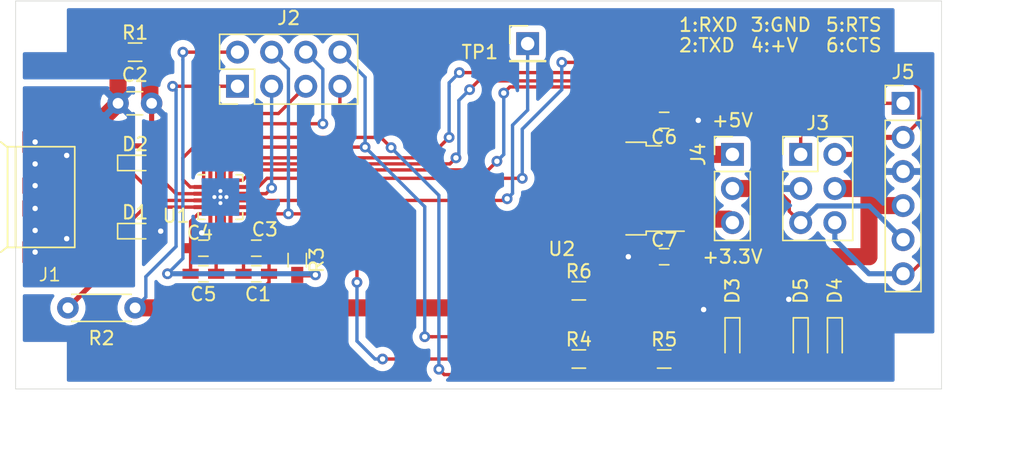
<source format=kicad_pcb>
(kicad_pcb (version 20171130) (host pcbnew "(5.1.4)-1")

  (general
    (thickness 1.6)
    (drawings 14)
    (tracks 307)
    (zones 0)
    (modules 26)
    (nets 27)
  )

  (page A4)
  (layers
    (0 F.Cu signal)
    (31 B.Cu signal)
    (32 B.Adhes user)
    (33 F.Adhes user)
    (34 B.Paste user)
    (35 F.Paste user)
    (36 B.SilkS user)
    (37 F.SilkS user)
    (38 B.Mask user)
    (39 F.Mask user)
    (40 Dwgs.User user)
    (41 Cmts.User user)
    (42 Eco1.User user)
    (43 Eco2.User user)
    (44 Edge.Cuts user)
    (45 Margin user)
    (46 B.CrtYd user)
    (47 F.CrtYd user)
    (48 B.Fab user)
    (49 F.Fab user)
  )

  (setup
    (last_trace_width 0.25)
    (user_trace_width 0.381)
    (user_trace_width 1.27)
    (trace_clearance 0.2)
    (zone_clearance 0.508)
    (zone_45_only no)
    (trace_min 0.2)
    (via_size 0.8)
    (via_drill 0.4)
    (via_min_size 0.4)
    (via_min_drill 0.3)
    (uvia_size 0.3)
    (uvia_drill 0.1)
    (uvias_allowed no)
    (uvia_min_size 0.2)
    (uvia_min_drill 0.1)
    (edge_width 0.05)
    (segment_width 0.2)
    (pcb_text_width 0.3)
    (pcb_text_size 1.5 1.5)
    (mod_edge_width 0.12)
    (mod_text_size 1 1)
    (mod_text_width 0.15)
    (pad_size 1.524 1.524)
    (pad_drill 0.762)
    (pad_to_mask_clearance 0.051)
    (solder_mask_min_width 0.25)
    (aux_axis_origin 101.6 101.6)
    (grid_origin 101.6 101.6)
    (visible_elements 7FFFFFFF)
    (pcbplotparams
      (layerselection 0x010fc_ffffffff)
      (usegerberextensions false)
      (usegerberattributes false)
      (usegerberadvancedattributes false)
      (creategerberjobfile false)
      (excludeedgelayer true)
      (linewidth 0.100000)
      (plotframeref false)
      (viasonmask false)
      (mode 1)
      (useauxorigin false)
      (hpglpennumber 1)
      (hpglpenspeed 20)
      (hpglpendiameter 15.000000)
      (psnegative false)
      (psa4output false)
      (plotreference true)
      (plotvalue true)
      (plotinvisibletext false)
      (padsonsilk false)
      (subtractmaskfromsilk false)
      (outputformat 1)
      (mirror false)
      (drillshape 1)
      (scaleselection 1)
      (outputdirectory ""))
  )

  (net 0 "")
  (net 1 GND)
  (net 2 +5V)
  (net 3 "Net-(C2-Pad1)")
  (net 4 VDD)
  (net 5 +3V3)
  (net 6 "Net-(D1-Pad1)")
  (net 7 "Net-(D2-Pad1)")
  (net 8 "Net-(D3-Pad2)")
  (net 9 "Net-(D4-Pad2)")
  (net 10 "Net-(D5-Pad2)")
  (net 11 "Net-(J1-Pad1)")
  (net 12 "Net-(J1-Pad4)")
  (net 13 RXT)
  (net 14 TXT)
  (net 15 "Net-(J2-Pad6)")
  (net 16 "Net-(J2-Pad5)")
  (net 17 "Net-(J2-Pad4)")
  (net 18 "Net-(J2-Pad3)")
  (net 19 CTS)
  (net 20 RTS)
  (net 21 "Net-(J3-Pad4)")
  (net 22 TXD)
  (net 23 RXD)
  (net 24 "Net-(R3-Pad1)")
  (net 25 "Net-(TP1-Pad1)")
  (net 26 "Net-(U1-Pad10)")

  (net_class Default "これはデフォルトのネット クラスです。"
    (clearance 0.2)
    (trace_width 0.25)
    (via_dia 0.8)
    (via_drill 0.4)
    (uvia_dia 0.3)
    (uvia_drill 0.1)
    (add_net +3V3)
    (add_net +5V)
    (add_net CTS)
    (add_net GND)
    (add_net "Net-(C2-Pad1)")
    (add_net "Net-(D1-Pad1)")
    (add_net "Net-(D2-Pad1)")
    (add_net "Net-(D3-Pad2)")
    (add_net "Net-(D4-Pad2)")
    (add_net "Net-(D5-Pad2)")
    (add_net "Net-(J1-Pad1)")
    (add_net "Net-(J1-Pad4)")
    (add_net "Net-(J2-Pad3)")
    (add_net "Net-(J2-Pad4)")
    (add_net "Net-(J2-Pad5)")
    (add_net "Net-(J2-Pad6)")
    (add_net "Net-(J3-Pad4)")
    (add_net "Net-(R3-Pad1)")
    (add_net "Net-(TP1-Pad1)")
    (add_net "Net-(U1-Pad10)")
    (add_net RTS)
    (add_net RXD)
    (add_net RXT)
    (add_net TXD)
    (add_net TXT)
    (add_net VDD)
  )

  (module KiCAD_lib:USB_MICRO_B-HIROSE-ZX62R-B-5P (layer F.Cu) (tedit 5DC94519) (tstamp 5DC92973)
    (at 101.6 116.205 270)
    (descr "Hirose Electric Co Ltd ZX62R-B-5P<br>\nCONN RCPT MICRO USB B SMD R/A<br><br>\nRound side is up.")
    (path /5DC6704D)
    (fp_text reference J1 (at 6.35 -2.54 180) (layer F.SilkS)
      (effects (font (size 0.9652 0.9652) (thickness 0.12192)) (justify bottom))
    )
    (fp_text value USB_B_Micro (at 0 1.9 90) (layer F.SilkS) hide
      (effects (font (size 0.9652 0.9652) (thickness 0.12192)) (justify bottom))
    )
    (fp_line (start -3.75 0) (end 3.7 0) (layer F.SilkS) (width 0.15))
    (fp_line (start 3.7 0.6) (end 4.1 1.1) (layer F.SilkS) (width 0.127))
    (fp_line (start -3.7 0.6) (end -4.1 1.1) (layer F.SilkS) (width 0.127))
    (fp_line (start 3.7 0.6) (end 3.75 0.6) (layer F.SilkS) (width 0.127))
    (fp_line (start -3.7 0.6) (end 3.7 0.6) (layer F.SilkS) (width 0.127))
    (fp_line (start -3.75 0.6) (end -3.7 0.6) (layer F.SilkS) (width 0.127))
    (fp_line (start 3.75 -4.4) (end 3.75 0.6) (layer F.SilkS) (width 0.127))
    (fp_line (start -3.75 -4.4) (end 3.75 -4.4) (layer F.SilkS) (width 0.127))
    (fp_line (start -3.75 0.6) (end -3.75 -4.4) (layer F.SilkS) (width 0.127))
    (pad 6 smd rect (at 4.1 -1.45 270) (size 1.6 1.9) (layers F.Cu F.Paste F.Mask)
      (net 3 "Net-(C2-Pad1)"))
    (pad 6 smd rect (at 0.85 -1.45 270) (size 1.2 1.9) (layers F.Cu F.Paste F.Mask)
      (net 3 "Net-(C2-Pad1)"))
    (pad 6 smd rect (at -0.85 -1.45 270) (size 1.2 1.9) (layers F.Cu F.Paste F.Mask)
      (net 3 "Net-(C2-Pad1)"))
    (pad 6 smd rect (at -4.1 -1.45 270) (size 1.6 1.9) (layers F.Cu F.Paste F.Mask)
      (net 3 "Net-(C2-Pad1)"))
    (pad 6 smd rect (at -3.1 -3.8 270) (size 2.1 2) (layers F.Cu F.Paste F.Mask)
      (net 3 "Net-(C2-Pad1)"))
    (pad 6 smd rect (at 3.1 -3.8 270) (size 2.1 2) (layers F.Cu F.Paste F.Mask)
      (net 3 "Net-(C2-Pad1)"))
    (pad 5 smd rect (at -1.3 -4.125 270) (size 0.4 1.35) (layers F.Cu F.Paste F.Mask)
      (net 1 GND))
    (pad 4 smd rect (at -0.65 -4.125 270) (size 0.4 1.35) (layers F.Cu F.Paste F.Mask)
      (net 12 "Net-(J1-Pad4)"))
    (pad 3 smd rect (at 0 -4.125 270) (size 0.4 1.35) (layers F.Cu F.Paste F.Mask)
      (net 7 "Net-(D2-Pad1)"))
    (pad 2 smd rect (at 0.65 -4.125 270) (size 0.4 1.35) (layers F.Cu F.Paste F.Mask)
      (net 6 "Net-(D1-Pad1)"))
    (pad 1 smd rect (at 1.3 -4.125 270) (size 0.4 1.35) (layers F.Cu F.Paste F.Mask)
      (net 11 "Net-(J1-Pad1)"))
  )

  (module Pin_Headers:Pin_Header_Straight_2x03_Pitch2.54mm (layer F.Cu) (tedit 59650532) (tstamp 5DC696CC)
    (at 160.02 113.03)
    (descr "Through hole straight pin header, 2x03, 2.54mm pitch, double rows")
    (tags "Through hole pin header THT 2x03 2.54mm double row")
    (path /5DC67CEA)
    (fp_text reference J3 (at 1.27 -2.33) (layer F.SilkS)
      (effects (font (size 1 1) (thickness 0.15)))
    )
    (fp_text value 02x03 (at 1.27 7.41) (layer F.Fab)
      (effects (font (size 1 1) (thickness 0.15)))
    )
    (fp_line (start 0 -1.27) (end 3.81 -1.27) (layer F.Fab) (width 0.1))
    (fp_line (start 3.81 -1.27) (end 3.81 6.35) (layer F.Fab) (width 0.1))
    (fp_line (start 3.81 6.35) (end -1.27 6.35) (layer F.Fab) (width 0.1))
    (fp_line (start -1.27 6.35) (end -1.27 0) (layer F.Fab) (width 0.1))
    (fp_line (start -1.27 0) (end 0 -1.27) (layer F.Fab) (width 0.1))
    (fp_line (start -1.33 6.41) (end 3.87 6.41) (layer F.SilkS) (width 0.12))
    (fp_line (start -1.33 1.27) (end -1.33 6.41) (layer F.SilkS) (width 0.12))
    (fp_line (start 3.87 -1.33) (end 3.87 6.41) (layer F.SilkS) (width 0.12))
    (fp_line (start -1.33 1.27) (end 1.27 1.27) (layer F.SilkS) (width 0.12))
    (fp_line (start 1.27 1.27) (end 1.27 -1.33) (layer F.SilkS) (width 0.12))
    (fp_line (start 1.27 -1.33) (end 3.87 -1.33) (layer F.SilkS) (width 0.12))
    (fp_line (start -1.33 0) (end -1.33 -1.33) (layer F.SilkS) (width 0.12))
    (fp_line (start -1.33 -1.33) (end 0 -1.33) (layer F.SilkS) (width 0.12))
    (fp_line (start -1.8 -1.8) (end -1.8 6.85) (layer F.CrtYd) (width 0.05))
    (fp_line (start -1.8 6.85) (end 4.35 6.85) (layer F.CrtYd) (width 0.05))
    (fp_line (start 4.35 6.85) (end 4.35 -1.8) (layer F.CrtYd) (width 0.05))
    (fp_line (start 4.35 -1.8) (end -1.8 -1.8) (layer F.CrtYd) (width 0.05))
    (fp_text user %R (at -2.54 0 90) (layer F.Fab)
      (effects (font (size 1 1) (thickness 0.15)))
    )
    (pad 1 thru_hole rect (at 0 0) (size 1.7 1.7) (drill 1) (layers *.Cu *.Mask)
      (net 23 RXD))
    (pad 2 thru_hole oval (at 2.54 0) (size 1.7 1.7) (drill 1) (layers *.Cu *.Mask)
      (net 22 TXD))
    (pad 3 thru_hole oval (at 0 2.54) (size 1.7 1.7) (drill 1) (layers *.Cu *.Mask)
      (net 1 GND))
    (pad 4 thru_hole oval (at 2.54 2.54) (size 1.7 1.7) (drill 1) (layers *.Cu *.Mask)
      (net 21 "Net-(J3-Pad4)"))
    (pad 5 thru_hole oval (at 0 5.08) (size 1.7 1.7) (drill 1) (layers *.Cu *.Mask)
      (net 20 RTS))
    (pad 6 thru_hole oval (at 2.54 5.08) (size 1.7 1.7) (drill 1) (layers *.Cu *.Mask)
      (net 19 CTS))
    (model ${KISYS3DMOD}/Pin_Headers.3dshapes/Pin_Header_Straight_2x03_Pitch2.54mm.wrl
      (at (xyz 0 0 0))
      (scale (xyz 1 1 1))
      (rotate (xyz 0 0 0))
    )
  )

  (module Capacitors_SMD:C_0603_HandSoldering (layer F.Cu) (tedit 58AA848B) (tstamp 5DD467A0)
    (at 119.507 121.92)
    (descr "Capacitor SMD 0603, hand soldering")
    (tags "capacitor 0603")
    (path /5DC7D4E1)
    (attr smd)
    (fp_text reference C1 (at 0.127 1.524) (layer F.SilkS)
      (effects (font (size 1 1) (thickness 0.15)))
    )
    (fp_text value 0.1uF (at 0.127 3.556) (layer F.Fab)
      (effects (font (size 1 1) (thickness 0.15)))
    )
    (fp_text user %R (at -3.175 0) (layer F.Fab)
      (effects (font (size 1 1) (thickness 0.15)))
    )
    (fp_line (start -0.8 0.4) (end -0.8 -0.4) (layer F.Fab) (width 0.1))
    (fp_line (start 0.8 0.4) (end -0.8 0.4) (layer F.Fab) (width 0.1))
    (fp_line (start 0.8 -0.4) (end 0.8 0.4) (layer F.Fab) (width 0.1))
    (fp_line (start -0.8 -0.4) (end 0.8 -0.4) (layer F.Fab) (width 0.1))
    (fp_line (start -0.35 -0.6) (end 0.35 -0.6) (layer F.SilkS) (width 0.12))
    (fp_line (start 0.35 0.6) (end -0.35 0.6) (layer F.SilkS) (width 0.12))
    (fp_line (start -1.8 -0.65) (end 1.8 -0.65) (layer F.CrtYd) (width 0.05))
    (fp_line (start -1.8 -0.65) (end -1.8 0.65) (layer F.CrtYd) (width 0.05))
    (fp_line (start 1.8 0.65) (end 1.8 -0.65) (layer F.CrtYd) (width 0.05))
    (fp_line (start 1.8 0.65) (end -1.8 0.65) (layer F.CrtYd) (width 0.05))
    (pad 1 smd rect (at -0.95 0) (size 1.2 0.75) (layers F.Cu F.Paste F.Mask)
      (net 1 GND))
    (pad 2 smd rect (at 0.95 0) (size 1.2 0.75) (layers F.Cu F.Paste F.Mask)
      (net 2 +5V))
    (model Capacitors_SMD.3dshapes/C_0603.wrl
      (at (xyz 0 0 0))
      (scale (xyz 1 1 1))
      (rotate (xyz 0 0 0))
    )
  )

  (module Capacitors_ThroughHole:C_Disc_D3.0mm_W1.6mm_P2.50mm (layer F.Cu) (tedit 597BC7C2) (tstamp 5DC695AA)
    (at 109.22 109.22)
    (descr "C, Disc series, Radial, pin pitch=2.50mm, , diameter*width=3.0*1.6mm^2, Capacitor, http://www.vishay.com/docs/45233/krseries.pdf")
    (tags "C Disc series Radial pin pitch 2.50mm  diameter 3.0mm width 1.6mm Capacitor")
    (path /5DC7A70C)
    (fp_text reference C2 (at 1.25 -2.11) (layer F.SilkS)
      (effects (font (size 1 1) (thickness 0.15)))
    )
    (fp_text value 100pF (at 1.25 2.11) (layer F.Fab)
      (effects (font (size 1 1) (thickness 0.15)))
    )
    (fp_text user %R (at 1.25 0) (layer F.Fab)
      (effects (font (size 1 1) (thickness 0.15)))
    )
    (fp_line (start 3.55 -1.15) (end -1.05 -1.15) (layer F.CrtYd) (width 0.05))
    (fp_line (start 3.55 1.15) (end 3.55 -1.15) (layer F.CrtYd) (width 0.05))
    (fp_line (start -1.05 1.15) (end 3.55 1.15) (layer F.CrtYd) (width 0.05))
    (fp_line (start -1.05 -1.15) (end -1.05 1.15) (layer F.CrtYd) (width 0.05))
    (fp_line (start 0.663 0.861) (end 1.837 0.861) (layer F.SilkS) (width 0.12))
    (fp_line (start 0.663 -0.861) (end 1.837 -0.861) (layer F.SilkS) (width 0.12))
    (fp_line (start 2.75 -0.8) (end -0.25 -0.8) (layer F.Fab) (width 0.1))
    (fp_line (start 2.75 0.8) (end 2.75 -0.8) (layer F.Fab) (width 0.1))
    (fp_line (start -0.25 0.8) (end 2.75 0.8) (layer F.Fab) (width 0.1))
    (fp_line (start -0.25 -0.8) (end -0.25 0.8) (layer F.Fab) (width 0.1))
    (pad 2 thru_hole circle (at 2.5 0) (size 1.6 1.6) (drill 0.8) (layers *.Cu *.Mask)
      (net 1 GND))
    (pad 1 thru_hole circle (at 0 0) (size 1.6 1.6) (drill 0.8) (layers *.Cu *.Mask)
      (net 3 "Net-(C2-Pad1)"))
    (model ${KISYS3DMOD}/Capacitors_THT.3dshapes/C_Disc_D3.0mm_W1.6mm_P2.50mm.wrl
      (at (xyz 0 0 0))
      (scale (xyz 1 1 1))
      (rotate (xyz 0 0 0))
    )
  )

  (module Capacitors_SMD:C_0603_HandSoldering (layer F.Cu) (tedit 58AA848B) (tstamp 5DC92B90)
    (at 119.507 120.015)
    (descr "Capacitor SMD 0603, hand soldering")
    (tags "capacitor 0603")
    (path /5DC7D95D)
    (attr smd)
    (fp_text reference C3 (at 0.635 -1.397) (layer F.SilkS)
      (effects (font (size 1 1) (thickness 0.15)))
    )
    (fp_text value 4.7uF (at 0.127 3.429) (layer F.Fab)
      (effects (font (size 1 1) (thickness 0.15)))
    )
    (fp_line (start 1.8 0.65) (end -1.8 0.65) (layer F.CrtYd) (width 0.05))
    (fp_line (start 1.8 0.65) (end 1.8 -0.65) (layer F.CrtYd) (width 0.05))
    (fp_line (start -1.8 -0.65) (end -1.8 0.65) (layer F.CrtYd) (width 0.05))
    (fp_line (start -1.8 -0.65) (end 1.8 -0.65) (layer F.CrtYd) (width 0.05))
    (fp_line (start 0.35 0.6) (end -0.35 0.6) (layer F.SilkS) (width 0.12))
    (fp_line (start -0.35 -0.6) (end 0.35 -0.6) (layer F.SilkS) (width 0.12))
    (fp_line (start -0.8 -0.4) (end 0.8 -0.4) (layer F.Fab) (width 0.1))
    (fp_line (start 0.8 -0.4) (end 0.8 0.4) (layer F.Fab) (width 0.1))
    (fp_line (start 0.8 0.4) (end -0.8 0.4) (layer F.Fab) (width 0.1))
    (fp_line (start -0.8 0.4) (end -0.8 -0.4) (layer F.Fab) (width 0.1))
    (fp_text user %R (at -3.175 0) (layer F.Fab)
      (effects (font (size 1 1) (thickness 0.15)))
    )
    (pad 2 smd rect (at 0.95 0) (size 1.2 0.75) (layers F.Cu F.Paste F.Mask)
      (net 2 +5V))
    (pad 1 smd rect (at -0.95 0) (size 1.2 0.75) (layers F.Cu F.Paste F.Mask)
      (net 1 GND))
    (model Capacitors_SMD.3dshapes/C_0603.wrl
      (at (xyz 0 0 0))
      (scale (xyz 1 1 1))
      (rotate (xyz 0 0 0))
    )
  )

  (module Capacitors_SMD:C_0603_HandSoldering (layer F.Cu) (tedit 58AA848B) (tstamp 5DC950C1)
    (at 115.57 120.015 180)
    (descr "Capacitor SMD 0603, hand soldering")
    (tags "capacitor 0603")
    (path /5DC7DC2F)
    (attr smd)
    (fp_text reference C4 (at 0.254 1.143) (layer F.SilkS)
      (effects (font (size 1 1) (thickness 0.15)))
    )
    (fp_text value 0.1uF (at 0 -3.429) (layer F.Fab)
      (effects (font (size 1 1) (thickness 0.15)))
    )
    (fp_text user %R (at -3.175 0) (layer F.Fab)
      (effects (font (size 1 1) (thickness 0.15)))
    )
    (fp_line (start -0.8 0.4) (end -0.8 -0.4) (layer F.Fab) (width 0.1))
    (fp_line (start 0.8 0.4) (end -0.8 0.4) (layer F.Fab) (width 0.1))
    (fp_line (start 0.8 -0.4) (end 0.8 0.4) (layer F.Fab) (width 0.1))
    (fp_line (start -0.8 -0.4) (end 0.8 -0.4) (layer F.Fab) (width 0.1))
    (fp_line (start -0.35 -0.6) (end 0.35 -0.6) (layer F.SilkS) (width 0.12))
    (fp_line (start 0.35 0.6) (end -0.35 0.6) (layer F.SilkS) (width 0.12))
    (fp_line (start -1.8 -0.65) (end 1.8 -0.65) (layer F.CrtYd) (width 0.05))
    (fp_line (start -1.8 -0.65) (end -1.8 0.65) (layer F.CrtYd) (width 0.05))
    (fp_line (start 1.8 0.65) (end 1.8 -0.65) (layer F.CrtYd) (width 0.05))
    (fp_line (start 1.8 0.65) (end -1.8 0.65) (layer F.CrtYd) (width 0.05))
    (pad 1 smd rect (at -0.95 0 180) (size 1.2 0.75) (layers F.Cu F.Paste F.Mask)
      (net 1 GND))
    (pad 2 smd rect (at 0.95 0 180) (size 1.2 0.75) (layers F.Cu F.Paste F.Mask)
      (net 4 VDD))
    (model Capacitors_SMD.3dshapes/C_0603.wrl
      (at (xyz 0 0 0))
      (scale (xyz 1 1 1))
      (rotate (xyz 0 0 0))
    )
  )

  (module Capacitors_SMD:C_0603_HandSoldering (layer F.Cu) (tedit 58AA848B) (tstamp 5DD46706)
    (at 115.57 121.92 180)
    (descr "Capacitor SMD 0603, hand soldering")
    (tags "capacitor 0603")
    (path /5DC7E390)
    (attr smd)
    (fp_text reference C5 (at 0 -1.524) (layer F.SilkS)
      (effects (font (size 1 1) (thickness 0.15)))
    )
    (fp_text value 4.7uF (at 0 -3.556) (layer F.Fab)
      (effects (font (size 1 1) (thickness 0.15)))
    )
    (fp_line (start 1.8 0.65) (end -1.8 0.65) (layer F.CrtYd) (width 0.05))
    (fp_line (start 1.8 0.65) (end 1.8 -0.65) (layer F.CrtYd) (width 0.05))
    (fp_line (start -1.8 -0.65) (end -1.8 0.65) (layer F.CrtYd) (width 0.05))
    (fp_line (start -1.8 -0.65) (end 1.8 -0.65) (layer F.CrtYd) (width 0.05))
    (fp_line (start 0.35 0.6) (end -0.35 0.6) (layer F.SilkS) (width 0.12))
    (fp_line (start -0.35 -0.6) (end 0.35 -0.6) (layer F.SilkS) (width 0.12))
    (fp_line (start -0.8 -0.4) (end 0.8 -0.4) (layer F.Fab) (width 0.1))
    (fp_line (start 0.8 -0.4) (end 0.8 0.4) (layer F.Fab) (width 0.1))
    (fp_line (start 0.8 0.4) (end -0.8 0.4) (layer F.Fab) (width 0.1))
    (fp_line (start -0.8 0.4) (end -0.8 -0.4) (layer F.Fab) (width 0.1))
    (fp_text user %R (at -3.175 0) (layer F.Fab)
      (effects (font (size 1 1) (thickness 0.15)))
    )
    (pad 2 smd rect (at 0.95 0 180) (size 1.2 0.75) (layers F.Cu F.Paste F.Mask)
      (net 4 VDD))
    (pad 1 smd rect (at -0.95 0 180) (size 1.2 0.75) (layers F.Cu F.Paste F.Mask)
      (net 1 GND))
    (model Capacitors_SMD.3dshapes/C_0603.wrl
      (at (xyz 0 0 0))
      (scale (xyz 1 1 1))
      (rotate (xyz 0 0 0))
    )
  )

  (module Capacitors_SMD:C_0603_HandSoldering (layer F.Cu) (tedit 58AA848B) (tstamp 5DC925A8)
    (at 149.86 110.49 180)
    (descr "Capacitor SMD 0603, hand soldering")
    (tags "capacitor 0603")
    (path /5DC6B66A)
    (attr smd)
    (fp_text reference C6 (at 0 -1.25) (layer F.SilkS)
      (effects (font (size 1 1) (thickness 0.15)))
    )
    (fp_text value 0.1uF (at 0 1.5) (layer F.Fab)
      (effects (font (size 1 1) (thickness 0.15)))
    )
    (fp_text user %R (at 0 -1.25) (layer F.Fab) hide
      (effects (font (size 1 1) (thickness 0.15)))
    )
    (fp_line (start -0.8 0.4) (end -0.8 -0.4) (layer F.Fab) (width 0.1))
    (fp_line (start 0.8 0.4) (end -0.8 0.4) (layer F.Fab) (width 0.1))
    (fp_line (start 0.8 -0.4) (end 0.8 0.4) (layer F.Fab) (width 0.1))
    (fp_line (start -0.8 -0.4) (end 0.8 -0.4) (layer F.Fab) (width 0.1))
    (fp_line (start -0.35 -0.6) (end 0.35 -0.6) (layer F.SilkS) (width 0.12))
    (fp_line (start 0.35 0.6) (end -0.35 0.6) (layer F.SilkS) (width 0.12))
    (fp_line (start -1.8 -0.65) (end 1.8 -0.65) (layer F.CrtYd) (width 0.05))
    (fp_line (start -1.8 -0.65) (end -1.8 0.65) (layer F.CrtYd) (width 0.05))
    (fp_line (start 1.8 0.65) (end 1.8 -0.65) (layer F.CrtYd) (width 0.05))
    (fp_line (start 1.8 0.65) (end -1.8 0.65) (layer F.CrtYd) (width 0.05))
    (pad 1 smd rect (at -0.95 0 180) (size 1.2 0.75) (layers F.Cu F.Paste F.Mask)
      (net 1 GND))
    (pad 2 smd rect (at 0.95 0 180) (size 1.2 0.75) (layers F.Cu F.Paste F.Mask)
      (net 2 +5V))
    (model Capacitors_SMD.3dshapes/C_0603.wrl
      (at (xyz 0 0 0))
      (scale (xyz 1 1 1))
      (rotate (xyz 0 0 0))
    )
  )

  (module Capacitors_SMD:C_0603_HandSoldering (layer F.Cu) (tedit 58AA848B) (tstamp 5DC92494)
    (at 149.86 120.65)
    (descr "Capacitor SMD 0603, hand soldering")
    (tags "capacitor 0603")
    (path /5DC6C8E4)
    (attr smd)
    (fp_text reference C7 (at 0 -1.25) (layer F.SilkS)
      (effects (font (size 1 1) (thickness 0.15)))
    )
    (fp_text value 0.1uF (at 0 1.5) (layer F.Fab)
      (effects (font (size 1 1) (thickness 0.15)))
    )
    (fp_line (start 1.8 0.65) (end -1.8 0.65) (layer F.CrtYd) (width 0.05))
    (fp_line (start 1.8 0.65) (end 1.8 -0.65) (layer F.CrtYd) (width 0.05))
    (fp_line (start -1.8 -0.65) (end -1.8 0.65) (layer F.CrtYd) (width 0.05))
    (fp_line (start -1.8 -0.65) (end 1.8 -0.65) (layer F.CrtYd) (width 0.05))
    (fp_line (start 0.35 0.6) (end -0.35 0.6) (layer F.SilkS) (width 0.12))
    (fp_line (start -0.35 -0.6) (end 0.35 -0.6) (layer F.SilkS) (width 0.12))
    (fp_line (start -0.8 -0.4) (end 0.8 -0.4) (layer F.Fab) (width 0.1))
    (fp_line (start 0.8 -0.4) (end 0.8 0.4) (layer F.Fab) (width 0.1))
    (fp_line (start 0.8 0.4) (end -0.8 0.4) (layer F.Fab) (width 0.1))
    (fp_line (start -0.8 0.4) (end -0.8 -0.4) (layer F.Fab) (width 0.1))
    (fp_text user %R (at 0 -1.25) (layer F.Fab)
      (effects (font (size 1 1) (thickness 0.15)))
    )
    (pad 2 smd rect (at 0.95 0) (size 1.2 0.75) (layers F.Cu F.Paste F.Mask)
      (net 5 +3V3))
    (pad 1 smd rect (at -0.95 0) (size 1.2 0.75) (layers F.Cu F.Paste F.Mask)
      (net 1 GND))
    (model Capacitors_SMD.3dshapes/C_0603.wrl
      (at (xyz 0 0 0))
      (scale (xyz 1 1 1))
      (rotate (xyz 0 0 0))
    )
  )

  (module Diodes_SMD:D_0603 (layer F.Cu) (tedit 590CE922) (tstamp 5DC69617)
    (at 110.49 118.745)
    (descr "Diode SMD in 0603 package http://datasheets.avx.com/schottky.pdf")
    (tags "smd diode")
    (path /5DCBA0F9)
    (attr smd)
    (fp_text reference D1 (at 0 -1.4) (layer F.SilkS)
      (effects (font (size 1 1) (thickness 0.15)))
    )
    (fp_text value 5.7V (at 0 1.4) (layer F.Fab)
      (effects (font (size 1 1) (thickness 0.15)))
    )
    (fp_line (start -1.3 -0.57) (end 0.8 -0.57) (layer F.SilkS) (width 0.12))
    (fp_line (start -1.3 0.57) (end 0.8 0.57) (layer F.SilkS) (width 0.12))
    (fp_line (start -0.8 -0.45) (end 0.8 -0.45) (layer F.Fab) (width 0.1))
    (fp_line (start 0.8 -0.45) (end 0.8 0.45) (layer F.Fab) (width 0.1))
    (fp_line (start 0.8 0.45) (end -0.8 0.45) (layer F.Fab) (width 0.1))
    (fp_line (start -0.8 0.45) (end -0.8 -0.45) (layer F.Fab) (width 0.1))
    (fp_line (start 0.2 -0.2) (end -0.1 0) (layer F.Fab) (width 0.1))
    (fp_line (start -0.1 0) (end 0.2 0.2) (layer F.Fab) (width 0.1))
    (fp_line (start 0.2 0.2) (end 0.2 -0.2) (layer F.Fab) (width 0.1))
    (fp_line (start -0.1 -0.2) (end -0.1 0.2) (layer F.Fab) (width 0.1))
    (fp_line (start -0.1 0) (end -0.3 0) (layer F.Fab) (width 0.1))
    (fp_line (start 0.2 0) (end 0.4 0) (layer F.Fab) (width 0.1))
    (fp_line (start 1.4 -0.67) (end -1.4 -0.67) (layer F.CrtYd) (width 0.05))
    (fp_line (start -1.4 -0.67) (end -1.4 0.67) (layer F.CrtYd) (width 0.05))
    (fp_line (start -1.4 0.67) (end 1.4 0.67) (layer F.CrtYd) (width 0.05))
    (fp_line (start 1.4 0.67) (end 1.4 -0.67) (layer F.CrtYd) (width 0.05))
    (fp_line (start -1.3 -0.57) (end -1.3 0.57) (layer F.SilkS) (width 0.12))
    (fp_text user %R (at 0 -1.4) (layer F.Fab)
      (effects (font (size 1 1) (thickness 0.15)))
    )
    (pad 2 smd rect (at 0.85 0) (size 0.6 0.8) (layers F.Cu F.Paste F.Mask)
      (net 1 GND))
    (pad 1 smd rect (at -0.85 0) (size 0.6 0.8) (layers F.Cu F.Paste F.Mask)
      (net 6 "Net-(D1-Pad1)"))
    (model ${KISYS3DMOD}/Diodes_SMD.3dshapes/D_0603.wrl
      (at (xyz 0 0 0))
      (scale (xyz 1 1 1))
      (rotate (xyz 0 0 0))
    )
  )

  (module Diodes_SMD:D_0603 (layer F.Cu) (tedit 590CE922) (tstamp 5DC6962F)
    (at 110.49 113.665)
    (descr "Diode SMD in 0603 package http://datasheets.avx.com/schottky.pdf")
    (tags "smd diode")
    (path /5DCBA92C)
    (attr smd)
    (fp_text reference D2 (at 0 -1.4) (layer F.SilkS)
      (effects (font (size 1 1) (thickness 0.15)))
    )
    (fp_text value 5.7V (at 0 1.4) (layer F.Fab)
      (effects (font (size 1 1) (thickness 0.15)))
    )
    (fp_text user %R (at 0 -1.4) (layer F.Fab)
      (effects (font (size 1 1) (thickness 0.15)))
    )
    (fp_line (start -1.3 -0.57) (end -1.3 0.57) (layer F.SilkS) (width 0.12))
    (fp_line (start 1.4 0.67) (end 1.4 -0.67) (layer F.CrtYd) (width 0.05))
    (fp_line (start -1.4 0.67) (end 1.4 0.67) (layer F.CrtYd) (width 0.05))
    (fp_line (start -1.4 -0.67) (end -1.4 0.67) (layer F.CrtYd) (width 0.05))
    (fp_line (start 1.4 -0.67) (end -1.4 -0.67) (layer F.CrtYd) (width 0.05))
    (fp_line (start 0.2 0) (end 0.4 0) (layer F.Fab) (width 0.1))
    (fp_line (start -0.1 0) (end -0.3 0) (layer F.Fab) (width 0.1))
    (fp_line (start -0.1 -0.2) (end -0.1 0.2) (layer F.Fab) (width 0.1))
    (fp_line (start 0.2 0.2) (end 0.2 -0.2) (layer F.Fab) (width 0.1))
    (fp_line (start -0.1 0) (end 0.2 0.2) (layer F.Fab) (width 0.1))
    (fp_line (start 0.2 -0.2) (end -0.1 0) (layer F.Fab) (width 0.1))
    (fp_line (start -0.8 0.45) (end -0.8 -0.45) (layer F.Fab) (width 0.1))
    (fp_line (start 0.8 0.45) (end -0.8 0.45) (layer F.Fab) (width 0.1))
    (fp_line (start 0.8 -0.45) (end 0.8 0.45) (layer F.Fab) (width 0.1))
    (fp_line (start -0.8 -0.45) (end 0.8 -0.45) (layer F.Fab) (width 0.1))
    (fp_line (start -1.3 0.57) (end 0.8 0.57) (layer F.SilkS) (width 0.12))
    (fp_line (start -1.3 -0.57) (end 0.8 -0.57) (layer F.SilkS) (width 0.12))
    (pad 1 smd rect (at -0.85 0) (size 0.6 0.8) (layers F.Cu F.Paste F.Mask)
      (net 7 "Net-(D2-Pad1)"))
    (pad 2 smd rect (at 0.85 0) (size 0.6 0.8) (layers F.Cu F.Paste F.Mask)
      (net 1 GND))
    (model ${KISYS3DMOD}/Diodes_SMD.3dshapes/D_0603.wrl
      (at (xyz 0 0 0))
      (scale (xyz 1 1 1))
      (rotate (xyz 0 0 0))
    )
  )

  (module LEDs:LED_0603_HandSoldering (layer F.Cu) (tedit 595FC9C0) (tstamp 5DD4693C)
    (at 154.94 127 270)
    (descr "LED SMD 0603, hand soldering")
    (tags "LED 0603")
    (path /5DCABA62)
    (attr smd)
    (fp_text reference D3 (at -3.81 0 90) (layer F.SilkS)
      (effects (font (size 1 1) (thickness 0.15)))
    )
    (fp_text value Green (at 0 -1.524 90) (layer F.Fab)
      (effects (font (size 1 1) (thickness 0.15)))
    )
    (fp_line (start -0.8 -0.4) (end -0.8 0.4) (layer F.Fab) (width 0.1))
    (fp_line (start 1.95 0.7) (end -1.96 0.7) (layer F.CrtYd) (width 0.05))
    (fp_line (start 1.95 0.7) (end 1.95 -0.7) (layer F.CrtYd) (width 0.05))
    (fp_line (start -1.96 -0.7) (end -1.96 0.7) (layer F.CrtYd) (width 0.05))
    (fp_line (start -1.96 -0.7) (end 1.95 -0.7) (layer F.CrtYd) (width 0.05))
    (fp_line (start -1.8 -0.55) (end 0.8 -0.55) (layer F.SilkS) (width 0.12))
    (fp_line (start -1.8 0.55) (end 0.8 0.55) (layer F.SilkS) (width 0.12))
    (fp_line (start -0.8 -0.4) (end 0.8 -0.4) (layer F.Fab) (width 0.1))
    (fp_line (start 0.8 -0.4) (end 0.8 0.4) (layer F.Fab) (width 0.1))
    (fp_line (start 0.8 0.4) (end -0.8 0.4) (layer F.Fab) (width 0.1))
    (fp_line (start 0.15 -0.2) (end 0.15 0.2) (layer F.Fab) (width 0.1))
    (fp_line (start 0.15 0.2) (end -0.15 0) (layer F.Fab) (width 0.1))
    (fp_line (start -0.15 0) (end 0.15 -0.2) (layer F.Fab) (width 0.1))
    (fp_line (start -0.2 -0.2) (end -0.2 0.2) (layer F.Fab) (width 0.1))
    (fp_line (start -1.8 -0.55) (end -1.8 0.55) (layer F.SilkS) (width 0.12))
    (pad 2 smd rect (at 1.1 0 270) (size 1.2 0.9) (layers F.Cu F.Paste F.Mask)
      (net 8 "Net-(D3-Pad2)"))
    (pad 1 smd rect (at -1.1 0 270) (size 1.2 0.9) (layers F.Cu F.Paste F.Mask)
      (net 1 GND))
    (model ${KISYS3DMOD}/LEDs.3dshapes/LED_0603.wrl
      (at (xyz 0 0 0))
      (scale (xyz 1 1 1))
      (rotate (xyz 0 0 180))
    )
  )

  (module LEDs:LED_0603_HandSoldering (layer F.Cu) (tedit 595FC9C0) (tstamp 5DC922C1)
    (at 162.56 127 270)
    (descr "LED SMD 0603, hand soldering")
    (tags "LED 0603")
    (path /5DD5A336)
    (attr smd)
    (fp_text reference D4 (at -3.81 0 90) (layer F.SilkS)
      (effects (font (size 1 1) (thickness 0.15)))
    )
    (fp_text value Red (at 0 -1.524 90) (layer F.Fab)
      (effects (font (size 1 1) (thickness 0.15)))
    )
    (fp_line (start -1.8 -0.55) (end -1.8 0.55) (layer F.SilkS) (width 0.12))
    (fp_line (start -0.2 -0.2) (end -0.2 0.2) (layer F.Fab) (width 0.1))
    (fp_line (start -0.15 0) (end 0.15 -0.2) (layer F.Fab) (width 0.1))
    (fp_line (start 0.15 0.2) (end -0.15 0) (layer F.Fab) (width 0.1))
    (fp_line (start 0.15 -0.2) (end 0.15 0.2) (layer F.Fab) (width 0.1))
    (fp_line (start 0.8 0.4) (end -0.8 0.4) (layer F.Fab) (width 0.1))
    (fp_line (start 0.8 -0.4) (end 0.8 0.4) (layer F.Fab) (width 0.1))
    (fp_line (start -0.8 -0.4) (end 0.8 -0.4) (layer F.Fab) (width 0.1))
    (fp_line (start -1.8 0.55) (end 0.8 0.55) (layer F.SilkS) (width 0.12))
    (fp_line (start -1.8 -0.55) (end 0.8 -0.55) (layer F.SilkS) (width 0.12))
    (fp_line (start -1.96 -0.7) (end 1.95 -0.7) (layer F.CrtYd) (width 0.05))
    (fp_line (start -1.96 -0.7) (end -1.96 0.7) (layer F.CrtYd) (width 0.05))
    (fp_line (start 1.95 0.7) (end 1.95 -0.7) (layer F.CrtYd) (width 0.05))
    (fp_line (start 1.95 0.7) (end -1.96 0.7) (layer F.CrtYd) (width 0.05))
    (fp_line (start -0.8 -0.4) (end -0.8 0.4) (layer F.Fab) (width 0.1))
    (pad 1 smd rect (at -1.1 0 270) (size 1.2 0.9) (layers F.Cu F.Paste F.Mask)
      (net 1 GND))
    (pad 2 smd rect (at 1.1 0 270) (size 1.2 0.9) (layers F.Cu F.Paste F.Mask)
      (net 9 "Net-(D4-Pad2)"))
    (model ${KISYS3DMOD}/LEDs.3dshapes/LED_0603.wrl
      (at (xyz 0 0 0))
      (scale (xyz 1 1 1))
      (rotate (xyz 0 0 180))
    )
  )

  (module LEDs:LED_0603_HandSoldering (layer F.Cu) (tedit 595FC9C0) (tstamp 5DC9225B)
    (at 160.02 127 270)
    (descr "LED SMD 0603, hand soldering")
    (tags "LED 0603")
    (path /5DD5B0BA)
    (attr smd)
    (fp_text reference D5 (at -3.81 0 90) (layer F.SilkS)
      (effects (font (size 1 1) (thickness 0.15)))
    )
    (fp_text value Orange (at -0.508 1.778 90) (layer F.Fab)
      (effects (font (size 1 1) (thickness 0.15)))
    )
    (fp_line (start -0.8 -0.4) (end -0.8 0.4) (layer F.Fab) (width 0.1))
    (fp_line (start 1.95 0.7) (end -1.96 0.7) (layer F.CrtYd) (width 0.05))
    (fp_line (start 1.95 0.7) (end 1.95 -0.7) (layer F.CrtYd) (width 0.05))
    (fp_line (start -1.96 -0.7) (end -1.96 0.7) (layer F.CrtYd) (width 0.05))
    (fp_line (start -1.96 -0.7) (end 1.95 -0.7) (layer F.CrtYd) (width 0.05))
    (fp_line (start -1.8 -0.55) (end 0.8 -0.55) (layer F.SilkS) (width 0.12))
    (fp_line (start -1.8 0.55) (end 0.8 0.55) (layer F.SilkS) (width 0.12))
    (fp_line (start -0.8 -0.4) (end 0.8 -0.4) (layer F.Fab) (width 0.1))
    (fp_line (start 0.8 -0.4) (end 0.8 0.4) (layer F.Fab) (width 0.1))
    (fp_line (start 0.8 0.4) (end -0.8 0.4) (layer F.Fab) (width 0.1))
    (fp_line (start 0.15 -0.2) (end 0.15 0.2) (layer F.Fab) (width 0.1))
    (fp_line (start 0.15 0.2) (end -0.15 0) (layer F.Fab) (width 0.1))
    (fp_line (start -0.15 0) (end 0.15 -0.2) (layer F.Fab) (width 0.1))
    (fp_line (start -0.2 -0.2) (end -0.2 0.2) (layer F.Fab) (width 0.1))
    (fp_line (start -1.8 -0.55) (end -1.8 0.55) (layer F.SilkS) (width 0.12))
    (pad 2 smd rect (at 1.1 0 270) (size 1.2 0.9) (layers F.Cu F.Paste F.Mask)
      (net 10 "Net-(D5-Pad2)"))
    (pad 1 smd rect (at -1.1 0 270) (size 1.2 0.9) (layers F.Cu F.Paste F.Mask)
      (net 1 GND))
    (model ${KISYS3DMOD}/LEDs.3dshapes/LED_0603.wrl
      (at (xyz 0 0 0))
      (scale (xyz 1 1 1))
      (rotate (xyz 0 0 180))
    )
  )

  (module Pin_Headers:Pin_Header_Straight_2x04_Pitch2.54mm (layer F.Cu) (tedit 59650532) (tstamp 5DC956B8)
    (at 118.11 107.95 90)
    (descr "Through hole straight pin header, 2x04, 2.54mm pitch, double rows")
    (tags "Through hole pin header THT 2x04 2.54mm double row")
    (path /5DC69D29)
    (fp_text reference J2 (at 5.08 3.81 180) (layer F.SilkS)
      (effects (font (size 1 1) (thickness 0.15)))
    )
    (fp_text value 01x08 (at 1.27 9.95 90) (layer F.Fab)
      (effects (font (size 1 1) (thickness 0.15)))
    )
    (fp_text user %R (at 1.27 3.81) (layer F.Fab)
      (effects (font (size 1 1) (thickness 0.15)))
    )
    (fp_line (start 4.35 -1.8) (end -1.8 -1.8) (layer F.CrtYd) (width 0.05))
    (fp_line (start 4.35 9.4) (end 4.35 -1.8) (layer F.CrtYd) (width 0.05))
    (fp_line (start -1.8 9.4) (end 4.35 9.4) (layer F.CrtYd) (width 0.05))
    (fp_line (start -1.8 -1.8) (end -1.8 9.4) (layer F.CrtYd) (width 0.05))
    (fp_line (start -1.33 -1.33) (end 0 -1.33) (layer F.SilkS) (width 0.12))
    (fp_line (start -1.33 0) (end -1.33 -1.33) (layer F.SilkS) (width 0.12))
    (fp_line (start 1.27 -1.33) (end 3.87 -1.33) (layer F.SilkS) (width 0.12))
    (fp_line (start 1.27 1.27) (end 1.27 -1.33) (layer F.SilkS) (width 0.12))
    (fp_line (start -1.33 1.27) (end 1.27 1.27) (layer F.SilkS) (width 0.12))
    (fp_line (start 3.87 -1.33) (end 3.87 8.95) (layer F.SilkS) (width 0.12))
    (fp_line (start -1.33 1.27) (end -1.33 8.95) (layer F.SilkS) (width 0.12))
    (fp_line (start -1.33 8.95) (end 3.87 8.95) (layer F.SilkS) (width 0.12))
    (fp_line (start -1.27 0) (end 0 -1.27) (layer F.Fab) (width 0.1))
    (fp_line (start -1.27 8.89) (end -1.27 0) (layer F.Fab) (width 0.1))
    (fp_line (start 3.81 8.89) (end -1.27 8.89) (layer F.Fab) (width 0.1))
    (fp_line (start 3.81 -1.27) (end 3.81 8.89) (layer F.Fab) (width 0.1))
    (fp_line (start 0 -1.27) (end 3.81 -1.27) (layer F.Fab) (width 0.1))
    (pad 8 thru_hole oval (at 2.54 7.62 90) (size 1.7 1.7) (drill 1) (layers *.Cu *.Mask)
      (net 13 RXT))
    (pad 7 thru_hole oval (at 0 7.62 90) (size 1.7 1.7) (drill 1) (layers *.Cu *.Mask)
      (net 14 TXT))
    (pad 6 thru_hole oval (at 2.54 5.08 90) (size 1.7 1.7) (drill 1) (layers *.Cu *.Mask)
      (net 15 "Net-(J2-Pad6)"))
    (pad 5 thru_hole oval (at 0 5.08 90) (size 1.7 1.7) (drill 1) (layers *.Cu *.Mask)
      (net 16 "Net-(J2-Pad5)"))
    (pad 4 thru_hole oval (at 2.54 2.54 90) (size 1.7 1.7) (drill 1) (layers *.Cu *.Mask)
      (net 17 "Net-(J2-Pad4)"))
    (pad 3 thru_hole oval (at 0 2.54 90) (size 1.7 1.7) (drill 1) (layers *.Cu *.Mask)
      (net 18 "Net-(J2-Pad3)"))
    (pad 2 thru_hole oval (at 2.54 0 90) (size 1.7 1.7) (drill 1) (layers *.Cu *.Mask)
      (net 4 VDD))
    (pad 1 thru_hole rect (at 0 0 90) (size 1.7 1.7) (drill 1) (layers *.Cu *.Mask)
      (net 2 +5V))
    (model ${KISYS3DMOD}/Pin_Headers.3dshapes/Pin_Header_Straight_2x04_Pitch2.54mm.wrl
      (at (xyz 0 0 0))
      (scale (xyz 1 1 1))
      (rotate (xyz 0 0 0))
    )
  )

  (module Pin_Headers:Pin_Header_Straight_1x03_Pitch2.54mm (layer F.Cu) (tedit 59650532) (tstamp 5DD46580)
    (at 154.94 113.03)
    (descr "Through hole straight pin header, 1x03, 2.54mm pitch, single row")
    (tags "Through hole pin header THT 1x03 2.54mm single row")
    (path /5DC60ED9)
    (fp_text reference J4 (at -2.54 0 90) (layer F.SilkS)
      (effects (font (size 1 1) (thickness 0.15)))
    )
    (fp_text value 01x03 (at -2.54 4.572 90) (layer F.Fab)
      (effects (font (size 1 1) (thickness 0.15)))
    )
    (fp_text user %R (at 0 2.54 90) (layer F.Fab)
      (effects (font (size 1 1) (thickness 0.15)))
    )
    (fp_line (start 1.8 -1.8) (end -1.8 -1.8) (layer F.CrtYd) (width 0.05))
    (fp_line (start 1.8 6.85) (end 1.8 -1.8) (layer F.CrtYd) (width 0.05))
    (fp_line (start -1.8 6.85) (end 1.8 6.85) (layer F.CrtYd) (width 0.05))
    (fp_line (start -1.8 -1.8) (end -1.8 6.85) (layer F.CrtYd) (width 0.05))
    (fp_line (start -1.33 -1.33) (end 0 -1.33) (layer F.SilkS) (width 0.12))
    (fp_line (start -1.33 0) (end -1.33 -1.33) (layer F.SilkS) (width 0.12))
    (fp_line (start -1.33 1.27) (end 1.33 1.27) (layer F.SilkS) (width 0.12))
    (fp_line (start 1.33 1.27) (end 1.33 6.41) (layer F.SilkS) (width 0.12))
    (fp_line (start -1.33 1.27) (end -1.33 6.41) (layer F.SilkS) (width 0.12))
    (fp_line (start -1.33 6.41) (end 1.33 6.41) (layer F.SilkS) (width 0.12))
    (fp_line (start -1.27 -0.635) (end -0.635 -1.27) (layer F.Fab) (width 0.1))
    (fp_line (start -1.27 6.35) (end -1.27 -0.635) (layer F.Fab) (width 0.1))
    (fp_line (start 1.27 6.35) (end -1.27 6.35) (layer F.Fab) (width 0.1))
    (fp_line (start 1.27 -1.27) (end 1.27 6.35) (layer F.Fab) (width 0.1))
    (fp_line (start -0.635 -1.27) (end 1.27 -1.27) (layer F.Fab) (width 0.1))
    (pad 3 thru_hole oval (at 0 5.08) (size 1.7 1.7) (drill 1) (layers *.Cu *.Mask)
      (net 5 +3V3))
    (pad 2 thru_hole oval (at 0 2.54) (size 1.7 1.7) (drill 1) (layers *.Cu *.Mask)
      (net 21 "Net-(J3-Pad4)"))
    (pad 1 thru_hole rect (at 0 0) (size 1.7 1.7) (drill 1) (layers *.Cu *.Mask)
      (net 2 +5V))
    (model ${KISYS3DMOD}/Pin_Headers.3dshapes/Pin_Header_Straight_1x03_Pitch2.54mm.wrl
      (at (xyz 0 0 0))
      (scale (xyz 1 1 1))
      (rotate (xyz 0 0 0))
    )
  )

  (module Pin_Headers:Pin_Header_Straight_1x06_Pitch2.54mm (layer F.Cu) (tedit 59650532) (tstamp 5DC91CB0)
    (at 167.64 109.22)
    (descr "Through hole straight pin header, 1x06, 2.54mm pitch, single row")
    (tags "Through hole pin header THT 1x06 2.54mm single row")
    (path /5DD240BA)
    (fp_text reference J5 (at 0 -2.33) (layer F.SilkS)
      (effects (font (size 1 1) (thickness 0.15)))
    )
    (fp_text value 01x06 (at 0 15.03) (layer F.Fab)
      (effects (font (size 1 1) (thickness 0.15)))
    )
    (fp_text user %R (at 0 6.35 90) (layer F.Fab)
      (effects (font (size 1 1) (thickness 0.15)))
    )
    (fp_line (start 1.8 -1.8) (end -1.8 -1.8) (layer F.CrtYd) (width 0.05))
    (fp_line (start 1.8 14.5) (end 1.8 -1.8) (layer F.CrtYd) (width 0.05))
    (fp_line (start -1.8 14.5) (end 1.8 14.5) (layer F.CrtYd) (width 0.05))
    (fp_line (start -1.8 -1.8) (end -1.8 14.5) (layer F.CrtYd) (width 0.05))
    (fp_line (start -1.33 -1.33) (end 0 -1.33) (layer F.SilkS) (width 0.12))
    (fp_line (start -1.33 0) (end -1.33 -1.33) (layer F.SilkS) (width 0.12))
    (fp_line (start -1.33 1.27) (end 1.33 1.27) (layer F.SilkS) (width 0.12))
    (fp_line (start 1.33 1.27) (end 1.33 14.03) (layer F.SilkS) (width 0.12))
    (fp_line (start -1.33 1.27) (end -1.33 14.03) (layer F.SilkS) (width 0.12))
    (fp_line (start -1.33 14.03) (end 1.33 14.03) (layer F.SilkS) (width 0.12))
    (fp_line (start -1.27 -0.635) (end -0.635 -1.27) (layer F.Fab) (width 0.1))
    (fp_line (start -1.27 13.97) (end -1.27 -0.635) (layer F.Fab) (width 0.1))
    (fp_line (start 1.27 13.97) (end -1.27 13.97) (layer F.Fab) (width 0.1))
    (fp_line (start 1.27 -1.27) (end 1.27 13.97) (layer F.Fab) (width 0.1))
    (fp_line (start -0.635 -1.27) (end 1.27 -1.27) (layer F.Fab) (width 0.1))
    (pad 6 thru_hole oval (at 0 12.7) (size 1.7 1.7) (drill 1) (layers *.Cu *.Mask)
      (net 19 CTS))
    (pad 5 thru_hole oval (at 0 10.16) (size 1.7 1.7) (drill 1) (layers *.Cu *.Mask)
      (net 20 RTS))
    (pad 4 thru_hole oval (at 0 7.62) (size 1.7 1.7) (drill 1) (layers *.Cu *.Mask)
      (net 21 "Net-(J3-Pad4)"))
    (pad 3 thru_hole oval (at 0 5.08) (size 1.7 1.7) (drill 1) (layers *.Cu *.Mask)
      (net 1 GND))
    (pad 2 thru_hole oval (at 0 2.54) (size 1.7 1.7) (drill 1) (layers *.Cu *.Mask)
      (net 22 TXD))
    (pad 1 thru_hole rect (at 0 0) (size 1.7 1.7) (drill 1) (layers *.Cu *.Mask)
      (net 23 RXD))
    (model ${KISYS3DMOD}/Pin_Headers.3dshapes/Pin_Header_Straight_1x06_Pitch2.54mm.wrl
      (at (xyz 0 0 0))
      (scale (xyz 1 1 1))
      (rotate (xyz 0 0 0))
    )
  )

  (module Resistors_SMD:R_0603_HandSoldering (layer F.Cu) (tedit 58E0A804) (tstamp 5DC6970E)
    (at 110.49 105.41)
    (descr "Resistor SMD 0603, hand soldering")
    (tags "resistor 0603")
    (path /5DC76E7E)
    (attr smd)
    (fp_text reference R1 (at 0 -1.45) (layer F.SilkS)
      (effects (font (size 1 1) (thickness 0.15)))
    )
    (fp_text value 1M (at 0 1.55) (layer F.Fab)
      (effects (font (size 1 1) (thickness 0.15)))
    )
    (fp_line (start 1.95 0.7) (end -1.96 0.7) (layer F.CrtYd) (width 0.05))
    (fp_line (start 1.95 0.7) (end 1.95 -0.7) (layer F.CrtYd) (width 0.05))
    (fp_line (start -1.96 -0.7) (end -1.96 0.7) (layer F.CrtYd) (width 0.05))
    (fp_line (start -1.96 -0.7) (end 1.95 -0.7) (layer F.CrtYd) (width 0.05))
    (fp_line (start -0.5 -0.68) (end 0.5 -0.68) (layer F.SilkS) (width 0.12))
    (fp_line (start 0.5 0.68) (end -0.5 0.68) (layer F.SilkS) (width 0.12))
    (fp_line (start -0.8 -0.4) (end 0.8 -0.4) (layer F.Fab) (width 0.1))
    (fp_line (start 0.8 -0.4) (end 0.8 0.4) (layer F.Fab) (width 0.1))
    (fp_line (start 0.8 0.4) (end -0.8 0.4) (layer F.Fab) (width 0.1))
    (fp_line (start -0.8 0.4) (end -0.8 -0.4) (layer F.Fab) (width 0.1))
    (fp_text user %R (at 0 0) (layer F.Fab)
      (effects (font (size 0.4 0.4) (thickness 0.075)))
    )
    (pad 2 smd rect (at 1.1 0) (size 1.2 0.9) (layers F.Cu F.Paste F.Mask)
      (net 1 GND))
    (pad 1 smd rect (at -1.1 0) (size 1.2 0.9) (layers F.Cu F.Paste F.Mask)
      (net 3 "Net-(C2-Pad1)"))
    (model ${KISYS3DMOD}/Resistors_SMD.3dshapes/R_0603.wrl
      (at (xyz 0 0 0))
      (scale (xyz 1 1 1))
      (rotate (xyz 0 0 0))
    )
  )

  (module Capacitors_ThroughHole:C_Disc_D4.3mm_W1.9mm_P5.00mm (layer F.Cu) (tedit 597BC7C2) (tstamp 5DC69723)
    (at 110.49 124.46 180)
    (descr "C, Disc series, Radial, pin pitch=5.00mm, , diameter*width=4.3*1.9mm^2, Capacitor, http://www.vishay.com/docs/45233/krseries.pdf")
    (tags "C Disc series Radial pin pitch 5.00mm  diameter 4.3mm width 1.9mm Capacitor")
    (path /5DCA4CBB)
    (fp_text reference R2 (at 2.5 -2.26) (layer F.SilkS)
      (effects (font (size 1 1) (thickness 0.15)))
    )
    (fp_text value 0.05 (at 2.5 2.26) (layer F.Fab)
      (effects (font (size 1 1) (thickness 0.15)))
    )
    (fp_text user %R (at 2.5 0) (layer F.Fab)
      (effects (font (size 1 1) (thickness 0.15)))
    )
    (fp_line (start 6.05 -1.3) (end -1.05 -1.3) (layer F.CrtYd) (width 0.05))
    (fp_line (start 6.05 1.3) (end 6.05 -1.3) (layer F.CrtYd) (width 0.05))
    (fp_line (start -1.05 1.3) (end 6.05 1.3) (layer F.CrtYd) (width 0.05))
    (fp_line (start -1.05 -1.3) (end -1.05 1.3) (layer F.CrtYd) (width 0.05))
    (fp_line (start 4.71 0.996) (end 4.71 1.01) (layer F.SilkS) (width 0.12))
    (fp_line (start 4.71 -1.01) (end 4.71 -0.996) (layer F.SilkS) (width 0.12))
    (fp_line (start 0.29 0.996) (end 0.29 1.01) (layer F.SilkS) (width 0.12))
    (fp_line (start 0.29 -1.01) (end 0.29 -0.996) (layer F.SilkS) (width 0.12))
    (fp_line (start 0.29 1.01) (end 4.71 1.01) (layer F.SilkS) (width 0.12))
    (fp_line (start 0.29 -1.01) (end 4.71 -1.01) (layer F.SilkS) (width 0.12))
    (fp_line (start 4.65 -0.95) (end 0.35 -0.95) (layer F.Fab) (width 0.1))
    (fp_line (start 4.65 0.95) (end 4.65 -0.95) (layer F.Fab) (width 0.1))
    (fp_line (start 0.35 0.95) (end 4.65 0.95) (layer F.Fab) (width 0.1))
    (fp_line (start 0.35 -0.95) (end 0.35 0.95) (layer F.Fab) (width 0.1))
    (pad 2 thru_hole circle (at 5 0 180) (size 1.6 1.6) (drill 0.8) (layers *.Cu *.Mask)
      (net 11 "Net-(J1-Pad1)"))
    (pad 1 thru_hole circle (at 0 0 180) (size 1.6 1.6) (drill 0.8) (layers *.Cu *.Mask)
      (net 2 +5V))
    (model ${KISYS3DMOD}/Capacitors_THT.3dshapes/C_Disc_D4.3mm_W1.9mm_P5.00mm.wrl
      (at (xyz 0 0 0))
      (scale (xyz 1 1 1))
      (rotate (xyz 0 0 0))
    )
  )

  (module Resistors_SMD:R_0603_HandSoldering (layer F.Cu) (tedit 58E0A804) (tstamp 5DC953B0)
    (at 122.555 120.904 270)
    (descr "Resistor SMD 0603, hand soldering")
    (tags "resistor 0603")
    (path /5DC924D9)
    (attr smd)
    (fp_text reference R3 (at 0 -1.45 90) (layer F.SilkS)
      (effects (font (size 1 1) (thickness 0.15)))
    )
    (fp_text value 1K (at 0 1.55 90) (layer F.Fab)
      (effects (font (size 1 1) (thickness 0.15)))
    )
    (fp_line (start 1.95 0.7) (end -1.96 0.7) (layer F.CrtYd) (width 0.05))
    (fp_line (start 1.95 0.7) (end 1.95 -0.7) (layer F.CrtYd) (width 0.05))
    (fp_line (start -1.96 -0.7) (end -1.96 0.7) (layer F.CrtYd) (width 0.05))
    (fp_line (start -1.96 -0.7) (end 1.95 -0.7) (layer F.CrtYd) (width 0.05))
    (fp_line (start -0.5 -0.68) (end 0.5 -0.68) (layer F.SilkS) (width 0.12))
    (fp_line (start 0.5 0.68) (end -0.5 0.68) (layer F.SilkS) (width 0.12))
    (fp_line (start -0.8 -0.4) (end 0.8 -0.4) (layer F.Fab) (width 0.1))
    (fp_line (start 0.8 -0.4) (end 0.8 0.4) (layer F.Fab) (width 0.1))
    (fp_line (start 0.8 0.4) (end -0.8 0.4) (layer F.Fab) (width 0.1))
    (fp_line (start -0.8 0.4) (end -0.8 -0.4) (layer F.Fab) (width 0.1))
    (fp_text user %R (at 0 0 90) (layer F.Fab)
      (effects (font (size 0.4 0.4) (thickness 0.075)))
    )
    (pad 2 smd rect (at 1.1 0 270) (size 1.2 0.9) (layers F.Cu F.Paste F.Mask)
      (net 4 VDD))
    (pad 1 smd rect (at -1.1 0 270) (size 1.2 0.9) (layers F.Cu F.Paste F.Mask)
      (net 24 "Net-(R3-Pad1)"))
    (model ${KISYS3DMOD}/Resistors_SMD.3dshapes/R_0603.wrl
      (at (xyz 0 0 0))
      (scale (xyz 1 1 1))
      (rotate (xyz 0 0 0))
    )
  )

  (module Resistors_SMD:R_0603_HandSoldering (layer F.Cu) (tedit 58E0A804) (tstamp 5DC69745)
    (at 143.51 128.27)
    (descr "Resistor SMD 0603, hand soldering")
    (tags "resistor 0603")
    (path /5DCB2D26)
    (attr smd)
    (fp_text reference R4 (at 0 -1.45) (layer F.SilkS)
      (effects (font (size 1 1) (thickness 0.15)))
    )
    (fp_text value 470 (at 0 1.55) (layer F.Fab)
      (effects (font (size 1 1) (thickness 0.15)))
    )
    (fp_text user %R (at 0 0) (layer F.Fab)
      (effects (font (size 0.4 0.4) (thickness 0.075)))
    )
    (fp_line (start -0.8 0.4) (end -0.8 -0.4) (layer F.Fab) (width 0.1))
    (fp_line (start 0.8 0.4) (end -0.8 0.4) (layer F.Fab) (width 0.1))
    (fp_line (start 0.8 -0.4) (end 0.8 0.4) (layer F.Fab) (width 0.1))
    (fp_line (start -0.8 -0.4) (end 0.8 -0.4) (layer F.Fab) (width 0.1))
    (fp_line (start 0.5 0.68) (end -0.5 0.68) (layer F.SilkS) (width 0.12))
    (fp_line (start -0.5 -0.68) (end 0.5 -0.68) (layer F.SilkS) (width 0.12))
    (fp_line (start -1.96 -0.7) (end 1.95 -0.7) (layer F.CrtYd) (width 0.05))
    (fp_line (start -1.96 -0.7) (end -1.96 0.7) (layer F.CrtYd) (width 0.05))
    (fp_line (start 1.95 0.7) (end 1.95 -0.7) (layer F.CrtYd) (width 0.05))
    (fp_line (start 1.95 0.7) (end -1.96 0.7) (layer F.CrtYd) (width 0.05))
    (pad 1 smd rect (at -1.1 0) (size 1.2 0.9) (layers F.Cu F.Paste F.Mask)
      (net 17 "Net-(J2-Pad4)"))
    (pad 2 smd rect (at 1.1 0) (size 1.2 0.9) (layers F.Cu F.Paste F.Mask)
      (net 8 "Net-(D3-Pad2)"))
    (model ${KISYS3DMOD}/Resistors_SMD.3dshapes/R_0603.wrl
      (at (xyz 0 0 0))
      (scale (xyz 1 1 1))
      (rotate (xyz 0 0 0))
    )
  )

  (module Resistors_SMD:R_0603_HandSoldering (layer F.Cu) (tedit 58E0A804) (tstamp 5DC69756)
    (at 149.86 128.27)
    (descr "Resistor SMD 0603, hand soldering")
    (tags "resistor 0603")
    (path /5DD4EE8B)
    (attr smd)
    (fp_text reference R5 (at 0 -1.45) (layer F.SilkS)
      (effects (font (size 1 1) (thickness 0.15)))
    )
    (fp_text value 470 (at 0 1.55) (layer F.Fab)
      (effects (font (size 1 1) (thickness 0.15)))
    )
    (fp_text user %R (at 0 0) (layer F.Fab)
      (effects (font (size 0.4 0.4) (thickness 0.075)))
    )
    (fp_line (start -0.8 0.4) (end -0.8 -0.4) (layer F.Fab) (width 0.1))
    (fp_line (start 0.8 0.4) (end -0.8 0.4) (layer F.Fab) (width 0.1))
    (fp_line (start 0.8 -0.4) (end 0.8 0.4) (layer F.Fab) (width 0.1))
    (fp_line (start -0.8 -0.4) (end 0.8 -0.4) (layer F.Fab) (width 0.1))
    (fp_line (start 0.5 0.68) (end -0.5 0.68) (layer F.SilkS) (width 0.12))
    (fp_line (start -0.5 -0.68) (end 0.5 -0.68) (layer F.SilkS) (width 0.12))
    (fp_line (start -1.96 -0.7) (end 1.95 -0.7) (layer F.CrtYd) (width 0.05))
    (fp_line (start -1.96 -0.7) (end -1.96 0.7) (layer F.CrtYd) (width 0.05))
    (fp_line (start 1.95 0.7) (end 1.95 -0.7) (layer F.CrtYd) (width 0.05))
    (fp_line (start 1.95 0.7) (end -1.96 0.7) (layer F.CrtYd) (width 0.05))
    (pad 1 smd rect (at -1.1 0) (size 1.2 0.9) (layers F.Cu F.Paste F.Mask)
      (net 14 TXT))
    (pad 2 smd rect (at 1.1 0) (size 1.2 0.9) (layers F.Cu F.Paste F.Mask)
      (net 9 "Net-(D4-Pad2)"))
    (model ${KISYS3DMOD}/Resistors_SMD.3dshapes/R_0603.wrl
      (at (xyz 0 0 0))
      (scale (xyz 1 1 1))
      (rotate (xyz 0 0 0))
    )
  )

  (module Resistors_SMD:R_0603_HandSoldering (layer F.Cu) (tedit 58E0A804) (tstamp 5DC69767)
    (at 143.51 123.19)
    (descr "Resistor SMD 0603, hand soldering")
    (tags "resistor 0603")
    (path /5DD4F302)
    (attr smd)
    (fp_text reference R6 (at 0 -1.45) (layer F.SilkS)
      (effects (font (size 1 1) (thickness 0.15)))
    )
    (fp_text value 470 (at 0 1.55) (layer F.Fab)
      (effects (font (size 1 1) (thickness 0.15)))
    )
    (fp_line (start 1.95 0.7) (end -1.96 0.7) (layer F.CrtYd) (width 0.05))
    (fp_line (start 1.95 0.7) (end 1.95 -0.7) (layer F.CrtYd) (width 0.05))
    (fp_line (start -1.96 -0.7) (end -1.96 0.7) (layer F.CrtYd) (width 0.05))
    (fp_line (start -1.96 -0.7) (end 1.95 -0.7) (layer F.CrtYd) (width 0.05))
    (fp_line (start -0.5 -0.68) (end 0.5 -0.68) (layer F.SilkS) (width 0.12))
    (fp_line (start 0.5 0.68) (end -0.5 0.68) (layer F.SilkS) (width 0.12))
    (fp_line (start -0.8 -0.4) (end 0.8 -0.4) (layer F.Fab) (width 0.1))
    (fp_line (start 0.8 -0.4) (end 0.8 0.4) (layer F.Fab) (width 0.1))
    (fp_line (start 0.8 0.4) (end -0.8 0.4) (layer F.Fab) (width 0.1))
    (fp_line (start -0.8 0.4) (end -0.8 -0.4) (layer F.Fab) (width 0.1))
    (fp_text user %R (at 0 0) (layer F.Fab)
      (effects (font (size 0.4 0.4) (thickness 0.075)))
    )
    (pad 2 smd rect (at 1.1 0) (size 1.2 0.9) (layers F.Cu F.Paste F.Mask)
      (net 10 "Net-(D5-Pad2)"))
    (pad 1 smd rect (at -1.1 0) (size 1.2 0.9) (layers F.Cu F.Paste F.Mask)
      (net 13 RXT))
    (model ${KISYS3DMOD}/Resistors_SMD.3dshapes/R_0603.wrl
      (at (xyz 0 0 0))
      (scale (xyz 1 1 1))
      (rotate (xyz 0 0 0))
    )
  )

  (module Pin_Headers:Pin_Header_Straight_1x01_Pitch2.54mm (layer F.Cu) (tedit 59650532) (tstamp 5DD466AD)
    (at 139.7 104.775)
    (descr "Through hole straight pin header, 1x01, 2.54mm pitch, single row")
    (tags "Through hole pin header THT 1x01 2.54mm single row")
    (path /5DCC9BF6)
    (fp_text reference TP1 (at -3.556 0.635) (layer F.SilkS)
      (effects (font (size 1 1) (thickness 0.15)))
    )
    (fp_text value WAKEUP (at -5.08 -1.27) (layer F.Fab)
      (effects (font (size 1 1) (thickness 0.15)))
    )
    (fp_text user %R (at 0 0 90) (layer F.Fab)
      (effects (font (size 1 1) (thickness 0.15)))
    )
    (fp_line (start 1.8 -1.8) (end -1.8 -1.8) (layer F.CrtYd) (width 0.05))
    (fp_line (start 1.8 1.8) (end 1.8 -1.8) (layer F.CrtYd) (width 0.05))
    (fp_line (start -1.8 1.8) (end 1.8 1.8) (layer F.CrtYd) (width 0.05))
    (fp_line (start -1.8 -1.8) (end -1.8 1.8) (layer F.CrtYd) (width 0.05))
    (fp_line (start -1.33 -1.33) (end 0 -1.33) (layer F.SilkS) (width 0.12))
    (fp_line (start -1.33 0) (end -1.33 -1.33) (layer F.SilkS) (width 0.12))
    (fp_line (start -1.33 1.27) (end 1.33 1.27) (layer F.SilkS) (width 0.12))
    (fp_line (start 1.33 1.27) (end 1.33 1.33) (layer F.SilkS) (width 0.12))
    (fp_line (start -1.33 1.27) (end -1.33 1.33) (layer F.SilkS) (width 0.12))
    (fp_line (start -1.33 1.33) (end 1.33 1.33) (layer F.SilkS) (width 0.12))
    (fp_line (start -1.27 -0.635) (end -0.635 -1.27) (layer F.Fab) (width 0.1))
    (fp_line (start -1.27 1.27) (end -1.27 -0.635) (layer F.Fab) (width 0.1))
    (fp_line (start 1.27 1.27) (end -1.27 1.27) (layer F.Fab) (width 0.1))
    (fp_line (start 1.27 -1.27) (end 1.27 1.27) (layer F.Fab) (width 0.1))
    (fp_line (start -0.635 -1.27) (end 1.27 -1.27) (layer F.Fab) (width 0.1))
    (pad 1 thru_hole rect (at 0 0) (size 1.7 1.7) (drill 1) (layers *.Cu *.Mask)
      (net 25 "Net-(TP1-Pad1)"))
    (model ${KISYS3DMOD}/Pin_Headers.3dshapes/Pin_Header_Straight_1x01_Pitch2.54mm.wrl
      (at (xyz 0 0 0))
      (scale (xyz 1 1 1))
      (rotate (xyz 0 0 0))
    )
  )

  (module Housings_DFN_QFN:SiliconLabs_QFN-20-1EP_3x3mm_Pitch0.5mm_ThermalVias (layer F.Cu) (tedit 59D5737B) (tstamp 5DC697B0)
    (at 116.84 116.205)
    (descr "20-Lead Plastic Quad Flat, No Lead Package - 3x3 mm Body [QFN] with corner pads and thermal vias; see figure 8.2 of https://www.silabs.com/documents/public/data-sheets/efm8bb1-datasheet.pdf")
    (tags "QFN 0.5")
    (path /5DC6224A)
    (attr smd)
    (fp_text reference U1 (at -3.302 1.397) (layer F.SilkS)
      (effects (font (size 1 1) (thickness 0.15)))
    )
    (fp_text value CP2102N (at 5.588 11.811 180) (layer F.Fab)
      (effects (font (size 1 1) (thickness 0.15)))
    )
    (fp_text user %R (at 0 0) (layer F.Fab)
      (effects (font (size 0.65 0.65) (thickness 0.125)))
    )
    (fp_line (start -1.66 -1.66) (end -1.16 -1.66) (layer F.SilkS) (width 0.12))
    (fp_line (start 1.66 1.66) (end 1.66 1.16) (layer F.SilkS) (width 0.12))
    (fp_line (start 1.16 1.66) (end 1.66 1.66) (layer F.SilkS) (width 0.12))
    (fp_line (start -1.66 1.66) (end -1.66 1.16) (layer F.SilkS) (width 0.12))
    (fp_line (start -1.16 1.66) (end -1.66 1.66) (layer F.SilkS) (width 0.12))
    (fp_line (start 1.66 -1.66) (end 1.66 -1.16) (layer F.SilkS) (width 0.12))
    (fp_line (start 1.16 -1.66) (end 1.66 -1.66) (layer F.SilkS) (width 0.12))
    (fp_line (start 2.25 -2.25) (end -2.25 -2.25) (layer F.CrtYd) (width 0.05))
    (fp_line (start 2.25 2.25) (end 2.25 -2.25) (layer F.CrtYd) (width 0.05))
    (fp_line (start -2.25 2.25) (end 2.25 2.25) (layer F.CrtYd) (width 0.05))
    (fp_line (start -2.25 -2.25) (end -2.25 2.25) (layer F.CrtYd) (width 0.05))
    (fp_line (start 1.5 -1.5) (end 1.5 1.5) (layer F.Fab) (width 0.1))
    (fp_line (start -0.5 -1.5) (end 1.5 -1.5) (layer F.Fab) (width 0.1))
    (fp_line (start -1.5 -0.5) (end -0.5 -1.5) (layer F.Fab) (width 0.1))
    (fp_line (start -1.5 1.5) (end -1.5 -0.5) (layer F.Fab) (width 0.1))
    (fp_line (start 1.5 1.5) (end -1.5 1.5) (layer F.Fab) (width 0.1))
    (pad 21 thru_hole circle (at 0.45 0) (size 0.6 0.6) (drill 0.3) (layers *.Cu)
      (net 1 GND))
    (pad 21 thru_hole circle (at 0 0.45) (size 0.6 0.6) (drill 0.3) (layers *.Cu)
      (net 1 GND))
    (pad 21 thru_hole circle (at 0 0) (size 0.6 0.6) (drill 0.3) (layers *.Cu)
      (net 1 GND))
    (pad 21 thru_hole circle (at 0 -0.45) (size 0.6 0.6) (drill 0.3) (layers *.Cu)
      (net 1 GND))
    (pad 21 thru_hole circle (at -0.45 0) (size 0.6 0.6) (drill 0.3) (layers *.Cu)
      (net 1 GND))
    (pad "" smd rect (at 0.45 0.45) (size 0.54 0.54) (layers F.Paste))
    (pad "" smd rect (at 0.45 -0.45) (size 0.54 0.54) (layers F.Paste))
    (pad "" smd rect (at -0.45 0.45) (size 0.54 0.54) (layers F.Paste))
    (pad "" smd rect (at -0.45 -0.45) (size 0.54 0.54) (layers F.Paste))
    (pad 21 smd rect (at 0 0) (size 1.8 1.8) (layers F.Cu F.Mask)
      (net 1 GND))
    (pad 21 smd rect (at 0 0) (size 2.8 2.8) (layers B.Cu)
      (net 1 GND))
    (pad 20 smd rect (at -0.75 -1.55 90) (size 0.9 0.3) (layers F.Cu F.Paste F.Mask)
      (net 14 TXT))
    (pad 19 smd rect (at -0.25 -1.55 90) (size 0.9 0.3) (layers F.Cu F.Paste F.Mask)
      (net 13 RXT))
    (pad 18 smd rect (at 0.25 -1.55 90) (size 0.9 0.3) (layers F.Cu F.Paste F.Mask)
      (net 22 TXD))
    (pad 17 smd rect (at 0.75 -1.55 90) (size 0.9 0.3) (layers F.Cu F.Paste F.Mask)
      (net 23 RXD))
    (pad 16 smd rect (at 1.25 -1.25) (size 0.3 0.3) (layers F.Cu F.Paste F.Mask)
      (net 20 RTS))
    (pad 15 smd rect (at 1.55 -0.75) (size 0.9 0.3) (layers F.Cu F.Paste F.Mask)
      (net 19 CTS))
    (pad 14 smd rect (at 1.55 -0.25) (size 0.9 0.3) (layers F.Cu F.Paste F.Mask)
      (net 18 "Net-(J2-Pad3)"))
    (pad 13 smd rect (at 1.55 0.25) (size 0.9 0.3) (layers F.Cu F.Paste F.Mask)
      (net 25 "Net-(TP1-Pad1)"))
    (pad 12 smd rect (at 1.55 0.75) (size 0.9 0.3) (layers F.Cu F.Paste F.Mask)
      (net 1 GND))
    (pad 11 smd rect (at 1.25 1.25) (size 0.3 0.3) (layers F.Cu F.Paste F.Mask)
      (net 17 "Net-(J2-Pad4)"))
    (pad 10 smd rect (at 0.75 1.55 90) (size 0.9 0.3) (layers F.Cu F.Paste F.Mask)
      (net 26 "Net-(U1-Pad10)"))
    (pad 9 smd rect (at 0.25 1.55 90) (size 0.9 0.3) (layers F.Cu F.Paste F.Mask)
      (net 24 "Net-(R3-Pad1)"))
    (pad 8 smd rect (at -0.25 1.55 90) (size 0.9 0.3) (layers F.Cu F.Paste F.Mask)
      (net 2 +5V))
    (pad 7 smd rect (at -0.75 1.55 90) (size 0.9 0.3) (layers F.Cu F.Paste F.Mask)
      (net 2 +5V))
    (pad 6 smd rect (at -1.25 1.25) (size 0.3 0.3) (layers F.Cu F.Paste F.Mask)
      (net 4 VDD))
    (pad 5 smd rect (at -1.55 0.75) (size 0.9 0.3) (layers F.Cu F.Paste F.Mask)
      (net 6 "Net-(D1-Pad1)"))
    (pad 4 smd rect (at -1.55 0.25) (size 0.9 0.3) (layers F.Cu F.Paste F.Mask)
      (net 7 "Net-(D2-Pad1)"))
    (pad 3 smd rect (at -1.55 -0.25) (size 0.9 0.3) (layers F.Cu F.Paste F.Mask)
      (net 1 GND))
    (pad 2 smd rect (at -1.55 -0.75) (size 0.9 0.3) (layers F.Cu F.Paste F.Mask)
      (net 16 "Net-(J2-Pad5)"))
    (pad 1 smd rect (at -1.25 -1.25) (size 0.3 0.3) (layers F.Cu F.Paste F.Mask)
      (net 15 "Net-(J2-Pad6)"))
    (model ${KISYS3DMOD}/Housings_DFN_QFN.3dshapes/SiliconLabs_QFN-20-1EP_3x3mm_Pitch0.5mm.wrl
      (at (xyz 0 0 0))
      (scale (xyz 1 1 1))
      (rotate (xyz 0 0 0))
    )
  )

  (module TO_SOT_Packages_SMD:TO-252-2 (layer F.Cu) (tedit 590079C0) (tstamp 5DC923C5)
    (at 146.05 115.57 180)
    (descr "TO-252 / DPAK SMD package, http://www.infineon.com/cms/en/product/packages/PG-TO252/PG-TO252-3-1/")
    (tags "DPAK TO-252 DPAK-3 TO-252-3 SOT-428")
    (path /5DC715BD)
    (attr smd)
    (fp_text reference U2 (at 3.81 -4.5) (layer F.SilkS)
      (effects (font (size 1 1) (thickness 0.15)))
    )
    (fp_text value NJU7223DL1-33 (at 6.35 0 90) (layer F.Fab)
      (effects (font (size 1 1) (thickness 0.15)))
    )
    (fp_text user %R (at 0 0) (layer F.Fab)
      (effects (font (size 1 1) (thickness 0.15)))
    )
    (fp_line (start 5.55 -3.5) (end -5.55 -3.5) (layer F.CrtYd) (width 0.05))
    (fp_line (start 5.55 3.5) (end 5.55 -3.5) (layer F.CrtYd) (width 0.05))
    (fp_line (start -5.55 3.5) (end 5.55 3.5) (layer F.CrtYd) (width 0.05))
    (fp_line (start -5.55 -3.5) (end -5.55 3.5) (layer F.CrtYd) (width 0.05))
    (fp_line (start -2.47 3.18) (end -3.57 3.18) (layer F.SilkS) (width 0.12))
    (fp_line (start -2.47 3.45) (end -2.47 3.18) (layer F.SilkS) (width 0.12))
    (fp_line (start -0.97 3.45) (end -2.47 3.45) (layer F.SilkS) (width 0.12))
    (fp_line (start -2.47 -3.18) (end -5.3 -3.18) (layer F.SilkS) (width 0.12))
    (fp_line (start -2.47 -3.45) (end -2.47 -3.18) (layer F.SilkS) (width 0.12))
    (fp_line (start -0.97 -3.45) (end -2.47 -3.45) (layer F.SilkS) (width 0.12))
    (fp_line (start -4.97 2.655) (end -2.27 2.655) (layer F.Fab) (width 0.1))
    (fp_line (start -4.97 1.905) (end -4.97 2.655) (layer F.Fab) (width 0.1))
    (fp_line (start -2.27 1.905) (end -4.97 1.905) (layer F.Fab) (width 0.1))
    (fp_line (start -4.97 -1.905) (end -2.27 -1.905) (layer F.Fab) (width 0.1))
    (fp_line (start -4.97 -2.655) (end -4.97 -1.905) (layer F.Fab) (width 0.1))
    (fp_line (start -1.865 -2.655) (end -4.97 -2.655) (layer F.Fab) (width 0.1))
    (fp_line (start -1.27 -3.25) (end 3.95 -3.25) (layer F.Fab) (width 0.1))
    (fp_line (start -2.27 -2.25) (end -1.27 -3.25) (layer F.Fab) (width 0.1))
    (fp_line (start -2.27 3.25) (end -2.27 -2.25) (layer F.Fab) (width 0.1))
    (fp_line (start 3.95 3.25) (end -2.27 3.25) (layer F.Fab) (width 0.1))
    (fp_line (start 3.95 -3.25) (end 3.95 3.25) (layer F.Fab) (width 0.1))
    (fp_line (start 4.95 2.7) (end 3.95 2.7) (layer F.Fab) (width 0.1))
    (fp_line (start 4.95 -2.7) (end 4.95 2.7) (layer F.Fab) (width 0.1))
    (fp_line (start 3.95 -2.7) (end 4.95 -2.7) (layer F.Fab) (width 0.1))
    (pad 2 smd rect (at 0.425 1.525 180) (size 3.05 2.75) (layers F.Cu F.Paste)
      (net 2 +5V))
    (pad 2 smd rect (at 3.775 -1.525 180) (size 3.05 2.75) (layers F.Cu F.Paste)
      (net 2 +5V))
    (pad 2 smd rect (at 0.425 -1.525 180) (size 3.05 2.75) (layers F.Cu F.Paste)
      (net 2 +5V))
    (pad 2 smd rect (at 3.775 1.525 180) (size 3.05 2.75) (layers F.Cu F.Paste)
      (net 2 +5V))
    (pad 2 smd rect (at 2.1 0 180) (size 6.4 5.8) (layers F.Cu F.Mask)
      (net 2 +5V))
    (pad 3 smd rect (at -4.2 2.28 180) (size 2.2 1.2) (layers F.Cu F.Paste F.Mask)
      (net 1 GND))
    (pad 1 smd rect (at -4.2 -2.28 180) (size 2.2 1.2) (layers F.Cu F.Paste F.Mask)
      (net 5 +3V3))
    (model ${KISYS3DMOD}/TO_SOT_Packages_SMD.3dshapes/TO-252-2.wrl
      (at (xyz 0 0 0))
      (scale (xyz 1 1 1))
      (rotate (xyz 0 0 0))
    )
  )

  (gr_text 6:CTS (at 161.798 104.902) (layer F.SilkS)
    (effects (font (size 1 1) (thickness 0.15)) (justify left))
  )
  (gr_text 5:RTS (at 161.798 103.378) (layer F.SilkS)
    (effects (font (size 1 1) (thickness 0.15)) (justify left))
  )
  (gr_text 4:+V (at 156.21 104.902) (layer F.SilkS)
    (effects (font (size 1 1) (thickness 0.15)) (justify left))
  )
  (gr_text 3:GND (at 156.21 103.378) (layer F.SilkS)
    (effects (font (size 1 1) (thickness 0.15)) (justify left))
  )
  (gr_text 2:TXD (at 150.876 104.902) (layer F.SilkS)
    (effects (font (size 1 1) (thickness 0.15)) (justify left))
  )
  (gr_text 1:RXD (at 150.876 103.378) (layer F.SilkS)
    (effects (font (size 1 1) (thickness 0.15)) (justify left))
  )
  (gr_text +3.3V (at 154.94 120.65) (layer F.SilkS)
    (effects (font (size 1 1) (thickness 0.15)))
  )
  (gr_text +5V (at 154.94 110.49) (layer F.SilkS)
    (effects (font (size 1 1) (thickness 0.15)))
  )
  (dimension 68.9 (width 0.15) (layer Dwgs.User)
    (gr_text "68.90004 mm" (at 136.05 135.92) (layer Dwgs.User)
      (effects (font (size 1 1) (thickness 0.15)))
    )
    (feature1 (pts (xy 170.5 130.5) (xy 170.5 135.206421)))
    (feature2 (pts (xy 101.6 130.5) (xy 101.6 135.206421)))
    (crossbar (pts (xy 101.6 134.62) (xy 170.5 134.62)))
    (arrow1a (pts (xy 170.5 134.62) (xy 169.373496 135.206421)))
    (arrow1b (pts (xy 170.5 134.62) (xy 169.373496 134.033579)))
    (arrow2a (pts (xy 101.6 134.62) (xy 102.726504 135.206421)))
    (arrow2b (pts (xy 101.6 134.62) (xy 102.726504 134.033579)))
  )
  (dimension 28.9 (width 0.15) (layer Dwgs.User)
    (gr_text "28.90012 mm" (at 175.29 116.05 270) (layer Dwgs.User)
      (effects (font (size 1 1) (thickness 0.15)))
    )
    (feature1 (pts (xy 170.5 130.5) (xy 174.576421 130.5)))
    (feature2 (pts (xy 170.5 101.6) (xy 174.576421 101.6)))
    (crossbar (pts (xy 173.99 101.6) (xy 173.99 130.5)))
    (arrow1a (pts (xy 173.99 130.5) (xy 173.403579 129.373496)))
    (arrow1b (pts (xy 173.99 130.5) (xy 174.576421 129.373496)))
    (arrow2a (pts (xy 173.99 101.6) (xy 173.403579 102.726504)))
    (arrow2b (pts (xy 173.99 101.6) (xy 174.576421 102.726504)))
  )
  (gr_line (start 101.6 101.6) (end 101.6 130.5) (layer Edge.Cuts) (width 0.05) (tstamp 5DC91856))
  (gr_line (start 101.6 101.6) (end 170.5 101.6) (layer Edge.Cuts) (width 0.05))
  (gr_line (start 101.6 130.5) (end 170.5 130.5) (layer Edge.Cuts) (width 0.05) (tstamp 5DC91AA8))
  (gr_line (start 170.5 130.5) (end 170.5 101.6) (layer Edge.Cuts) (width 0.05) (tstamp 5DC91AF9))

  (segment (start 111.59 109.09) (end 111.72 109.22) (width 1.27) (layer F.Cu) (net 1))
  (segment (start 111.59 105.41) (end 111.59 109.09) (width 1.27) (layer F.Cu) (net 1))
  (segment (start 111.34 112.61) (end 111.34 113.665) (width 0.381) (layer F.Cu) (net 1))
  (segment (start 106.781 114.905) (end 107.95 113.736) (width 0.381) (layer F.Cu) (net 1))
  (segment (start 105.725 114.905) (end 106.781 114.905) (width 0.381) (layer F.Cu) (net 1))
  (segment (start 107.95 113.736) (end 107.95 113.03) (width 0.381) (layer F.Cu) (net 1))
  (segment (start 107.95 113.03) (end 108.585 112.395) (width 0.381) (layer F.Cu) (net 1))
  (segment (start 108.585 112.395) (end 111.125 112.395) (width 0.381) (layer F.Cu) (net 1))
  (segment (start 111.125 112.395) (end 111.34 112.61) (width 0.381) (layer F.Cu) (net 1))
  (segment (start 111.72 111.8) (end 111.72 109.22) (width 0.381) (layer F.Cu) (net 1))
  (segment (start 111.125 112.395) (end 111.72 111.8) (width 0.381) (layer F.Cu) (net 1))
  (segment (start 111.34 113.765) (end 111.34 113.665) (width 0.25) (layer F.Cu) (net 1))
  (segment (start 113.53 115.955) (end 111.34 113.765) (width 0.25) (layer F.Cu) (net 1))
  (segment (start 115.29 115.955) (end 113.53 115.955) (width 0.25) (layer F.Cu) (net 1))
  (segment (start 150.81 112.73) (end 150.81 110.49) (width 1.27) (layer F.Cu) (net 1))
  (segment (start 150.25 113.29) (end 150.81 112.73) (width 1.27) (layer F.Cu) (net 1))
  (segment (start 116.59 115.955) (end 116.84 116.205) (width 0.25) (layer F.Cu) (net 1))
  (segment (start 115.29 115.955) (end 116.59 115.955) (width 0.25) (layer F.Cu) (net 1))
  (segment (start 117.59 116.955) (end 116.84 116.205) (width 0.25) (layer F.Cu) (net 1))
  (segment (start 118.39 116.955) (end 117.59 116.955) (width 0.25) (layer F.Cu) (net 1))
  (segment (start 116.52 120.015) (end 118.557 120.015) (width 0.25) (layer F.Cu) (net 1))
  (segment (start 116.52 120.015) (end 116.52 121.92) (width 0.25) (layer F.Cu) (net 1))
  (segment (start 116.52 121.92) (end 118.557 121.92) (width 0.25) (layer F.Cu) (net 1))
  (segment (start 118.557 121.92) (end 118.557 120.015) (width 0.25) (layer F.Cu) (net 1))
  (segment (start 116.295 120.015) (end 115.443 119.163) (width 0.25) (layer F.Cu) (net 1))
  (segment (start 116.52 120.015) (end 116.295 120.015) (width 0.25) (layer F.Cu) (net 1))
  (segment (start 115.443 119.163) (end 115.443 118.872) (width 0.25) (layer F.Cu) (net 1))
  (via (at 115.443 118.872) (size 0.8) (drill 0.4) (layers F.Cu B.Cu) (net 1))
  (segment (start 154.109 125.9) (end 152.796 124.587) (width 0.381) (layer F.Cu) (net 1))
  (segment (start 154.94 125.9) (end 154.109 125.9) (width 0.381) (layer F.Cu) (net 1))
  (via (at 152.796 124.587) (size 0.8) (drill 0.4) (layers F.Cu B.Cu) (net 1))
  (segment (start 162.56 125.9) (end 160.02 125.9) (width 0.381) (layer F.Cu) (net 1))
  (segment (start 160.02 125.9) (end 160.02 124.714) (width 0.381) (layer F.Cu) (net 1))
  (segment (start 160.02 124.714) (end 159.131 123.825) (width 0.381) (layer F.Cu) (net 1))
  (via (at 159.131 123.825) (size 0.8) (drill 0.4) (layers F.Cu B.Cu) (net 1))
  (segment (start 148.91 120.65) (end 147.193 120.65) (width 0.381) (layer F.Cu) (net 1))
  (via (at 147.193 120.65) (size 0.8) (drill 0.4) (layers F.Cu B.Cu) (net 1))
  (segment (start 111.34 118.745) (end 112.395 118.745) (width 0.381) (layer F.Cu) (net 1))
  (via (at 112.395 118.745) (size 0.8) (drill 0.4) (layers F.Cu B.Cu) (net 1))
  (segment (start 150.81 110.49) (end 151.66 110.49) (width 0.25) (layer F.Cu) (net 1))
  (via (at 152.4 110.49) (size 0.8) (drill 0.4) (layers F.Cu B.Cu) (net 1))
  (segment (start 151.66 110.49) (end 152.4 110.49) (width 0.25) (layer F.Cu) (net 1))
  (segment (start 115.443 118.872) (end 116.84 118.872) (width 0.25) (layer B.Cu) (net 1))
  (segment (start 116.84 116.655) (end 116.84 116.205) (width 0.25) (layer B.Cu) (net 1))
  (segment (start 116.84 118.872) (end 116.84 116.655) (width 0.25) (layer B.Cu) (net 1))
  (segment (start 154.94 113.03) (end 152.4 113.03) (width 1.27) (layer F.Cu) (net 2))
  (segment (start 152.4 113.03) (end 152.4 114.935) (width 1.27) (layer F.Cu) (net 2))
  (segment (start 151.765 115.57) (end 143.95 115.57) (width 1.27) (layer F.Cu) (net 2))
  (segment (start 152.4 114.935) (end 151.765 115.57) (width 1.27) (layer F.Cu) (net 2))
  (segment (start 148.91 110.61) (end 143.95 115.57) (width 1.27) (layer F.Cu) (net 2))
  (segment (start 148.91 110.49) (end 148.91 110.61) (width 1.27) (layer F.Cu) (net 2))
  (segment (start 120.232 120.015) (end 120.457 120.015) (width 0.25) (layer F.Cu) (net 2))
  (segment (start 119.531999 119.314999) (end 120.232 120.015) (width 0.25) (layer F.Cu) (net 2))
  (segment (start 116.949999 119.314999) (end 117.540001 119.314999) (width 0.25) (layer F.Cu) (net 2))
  (segment (start 116.09 118.455) (end 116.949999 119.314999) (width 0.25) (layer F.Cu) (net 2))
  (segment (start 116.09 117.755) (end 116.09 118.455) (width 0.25) (layer F.Cu) (net 2))
  (segment (start 117.540001 119.314999) (end 119.531999 119.314999) (width 0.25) (layer F.Cu) (net 2))
  (segment (start 117.328586 119.314999) (end 117.540001 119.314999) (width 0.25) (layer F.Cu) (net 2))
  (segment (start 116.59 118.576413) (end 117.328586 119.314999) (width 0.25) (layer F.Cu) (net 2))
  (segment (start 116.59 117.755) (end 116.59 118.576413) (width 0.25) (layer F.Cu) (net 2))
  (segment (start 142.275 119.74) (end 142.275 117.095) (width 1.27) (layer F.Cu) (net 2))
  (segment (start 137.555 124.46) (end 142.275 119.74) (width 1.27) (layer F.Cu) (net 2))
  (segment (start 120.457 120.015) (end 120.457 121.92) (width 0.25) (layer F.Cu) (net 2))
  (segment (start 120.269 122.733) (end 120.269 124.46) (width 0.25) (layer F.Cu) (net 2))
  (segment (start 120.457 122.545) (end 120.269 122.733) (width 0.25) (layer F.Cu) (net 2))
  (segment (start 120.457 121.92) (end 120.457 122.545) (width 0.25) (layer F.Cu) (net 2))
  (segment (start 110.49 124.46) (end 120.269 124.46) (width 1.27) (layer F.Cu) (net 2))
  (segment (start 120.269 124.46) (end 137.555 124.46) (width 1.27) (layer F.Cu) (net 2))
  (segment (start 111.289999 123.660001) (end 111.289999 122.136001) (width 0.25) (layer B.Cu) (net 2))
  (segment (start 110.49 124.46) (end 111.289999 123.660001) (width 0.25) (layer B.Cu) (net 2))
  (segment (start 111.289999 122.136001) (end 113.03 120.396) (width 0.25) (layer B.Cu) (net 2))
  (segment (start 113.03 120.396) (end 113.538 119.888) (width 0.25) (layer B.Cu) (net 2))
  (segment (start 113.538 119.888) (end 113.538 108.204) (width 0.25) (layer B.Cu) (net 2))
  (via (at 113.284 107.95) (size 0.8) (drill 0.4) (layers F.Cu B.Cu) (net 2))
  (segment (start 113.538 108.204) (end 113.284 107.95) (width 0.25) (layer B.Cu) (net 2))
  (segment (start 113.284 107.95) (end 118.11 107.95) (width 0.25) (layer F.Cu) (net 2))
  (segment (start 105.4 113.04) (end 109.22 109.22) (width 1.27) (layer F.Cu) (net 3))
  (segment (start 105.4 113.105) (end 105.4 113.105) (width 1.27) (layer F.Cu) (net 3))
  (segment (start 109.22 105.58) (end 109.39 105.41) (width 1.27) (layer F.Cu) (net 3))
  (segment (start 109.22 109.22) (end 109.22 105.58) (width 1.27) (layer F.Cu) (net 3))
  (segment (start 104.05 113.105) (end 103.05 112.105) (width 1.27) (layer F.Cu) (net 3))
  (segment (start 105.4 113.105) (end 104.05 113.105) (width 1.27) (layer F.Cu) (net 3))
  (segment (start 103.05 112.105) (end 103.05 113.739) (width 1.27) (layer F.Cu) (net 3))
  (segment (start 103.05 115.355) (end 103.05 117.055) (width 1.27) (layer F.Cu) (net 3))
  (segment (start 103.05 117.055) (end 103.05 118.692) (width 1.27) (layer F.Cu) (net 3))
  (segment (start 104.4 120.305) (end 105.4 119.305) (width 1.27) (layer F.Cu) (net 3))
  (segment (start 103.05 120.305) (end 104.4 120.305) (width 1.27) (layer F.Cu) (net 3))
  (segment (start 103.05 112.105) (end 103.05 112.105) (width 1.27) (layer F.Cu) (net 3) (tstamp 5DC954E1))
  (via (at 103.05 112.105) (size 0.8) (drill 0.4) (layers F.Cu B.Cu) (net 3))
  (segment (start 103.05 120.305) (end 103.05 120.305) (width 1.27) (layer F.Cu) (net 3) (tstamp 5DC954E8))
  (via (at 103.05 120.305) (size 0.8) (drill 0.4) (layers F.Cu B.Cu) (net 3))
  (segment (start 105.4 119.305) (end 105.4 119.305) (width 1.27) (layer F.Cu) (net 3) (tstamp 5DC954EA))
  (via (at 105.4 119.305) (size 0.8) (drill 0.4) (layers F.Cu B.Cu) (net 3))
  (segment (start 105.4 113.105) (end 105.4 113.04) (width 1.27) (layer F.Cu) (net 3) (tstamp 5DC954ED))
  (via (at 105.4 113.105) (size 0.8) (drill 0.4) (layers F.Cu B.Cu) (net 3))
  (segment (start 103.05 118.692) (end 103.05 120.305) (width 1.27) (layer F.Cu) (net 3) (tstamp 5DC954FF))
  (via (at 103.05 118.692) (size 0.8) (drill 0.4) (layers F.Cu B.Cu) (net 3))
  (segment (start 103.05 113.739) (end 103.05 115.355) (width 1.27) (layer F.Cu) (net 3) (tstamp 5DC95501))
  (via (at 103.05 113.739) (size 0.8) (drill 0.4) (layers F.Cu B.Cu) (net 3))
  (segment (start 103.05 115.355) (end 103.05 115.355) (width 1.27) (layer F.Cu) (net 3) (tstamp 5DC95505))
  (via (at 103.05 115.355) (size 0.8) (drill 0.4) (layers F.Cu B.Cu) (net 3))
  (segment (start 103.05 117.055) (end 103.05 117.055) (width 1.27) (layer F.Cu) (net 3) (tstamp 5DC95507))
  (via (at 103.05 117.055) (size 0.8) (drill 0.4) (layers F.Cu B.Cu) (net 3))
  (segment (start 114.62 119.39) (end 114.62 120.015) (width 0.25) (layer F.Cu) (net 4))
  (segment (start 114.62 118.025) (end 114.62 119.39) (width 0.25) (layer F.Cu) (net 4))
  (segment (start 115.19 117.455) (end 114.62 118.025) (width 0.25) (layer F.Cu) (net 4))
  (segment (start 115.59 117.455) (end 115.19 117.455) (width 0.25) (layer F.Cu) (net 4))
  (segment (start 114.62 120.015) (end 114.62 121.92) (width 0.25) (layer F.Cu) (net 4))
  (segment (start 114.62 121.92) (end 113.77 121.92) (width 0.25) (layer F.Cu) (net 4))
  (segment (start 113.77 121.92) (end 112.903 121.92) (width 0.25) (layer F.Cu) (net 4))
  (via (at 112.903 121.92) (size 0.8) (drill 0.4) (layers F.Cu B.Cu) (net 4))
  (segment (start 122.555 122.004) (end 123.909 122.004) (width 0.381) (layer F.Cu) (net 4))
  (via (at 123.909 122.004) (size 0.8) (drill 0.4) (layers F.Cu B.Cu) (net 4))
  (segment (start 123.825 121.92) (end 123.909 122.004) (width 0.381) (layer B.Cu) (net 4))
  (segment (start 112.903 121.92) (end 123.825 121.92) (width 0.381) (layer B.Cu) (net 4))
  (via (at 114.046 105.41) (size 0.8) (drill 0.4) (layers F.Cu B.Cu) (net 4))
  (segment (start 114.046 105.41) (end 118.11 105.41) (width 0.25) (layer F.Cu) (net 4))
  (segment (start 112.903 121.92) (end 114.046 120.777) (width 0.25) (layer B.Cu) (net 4))
  (segment (start 114.046 105.975685) (end 114.046 105.41) (width 0.25) (layer B.Cu) (net 4))
  (segment (start 114.046 120.777) (end 114.046 105.975685) (width 0.25) (layer B.Cu) (net 4))
  (segment (start 150.81 118.41) (end 150.81 120.65) (width 1.27) (layer F.Cu) (net 5))
  (segment (start 150.25 117.85) (end 150.81 118.41) (width 1.27) (layer F.Cu) (net 5))
  (segment (start 154.68 117.85) (end 154.94 118.11) (width 1.27) (layer F.Cu) (net 5))
  (segment (start 150.25 117.85) (end 154.68 117.85) (width 1.27) (layer F.Cu) (net 5))
  (segment (start 107.85 116.855) (end 109.64 118.645) (width 0.25) (layer F.Cu) (net 6))
  (segment (start 105.725 116.855) (end 107.85 116.855) (width 0.25) (layer F.Cu) (net 6))
  (segment (start 109.64 118.645) (end 109.64 118.745) (width 0.25) (layer F.Cu) (net 6))
  (segment (start 109.64 118.523587) (end 109.64 118.645) (width 0.25) (layer F.Cu) (net 6))
  (segment (start 111.208587 116.955) (end 109.64 118.523587) (width 0.25) (layer F.Cu) (net 6))
  (segment (start 115.29 116.955) (end 111.208587 116.955) (width 0.25) (layer F.Cu) (net 6))
  (segment (start 109.64 113.765) (end 109.64 113.665) (width 0.25) (layer F.Cu) (net 7))
  (segment (start 112.33 116.455) (end 109.64 113.765) (width 0.25) (layer F.Cu) (net 7))
  (segment (start 115.29 116.455) (end 112.33 116.455) (width 0.25) (layer F.Cu) (net 7))
  (segment (start 106.55 116.205) (end 105.725 116.205) (width 0.25) (layer F.Cu) (net 7))
  (segment (start 109.09 113.665) (end 106.55 116.205) (width 0.25) (layer F.Cu) (net 7))
  (segment (start 109.64 113.665) (end 109.09 113.665) (width 0.25) (layer F.Cu) (net 7))
  (segment (start 154.109 128.1) (end 153.009 127) (width 0.381) (layer F.Cu) (net 8))
  (segment (start 154.94 128.1) (end 154.109 128.1) (width 0.381) (layer F.Cu) (net 8))
  (segment (start 145.591 128.27) (end 144.61 128.27) (width 0.381) (layer F.Cu) (net 8))
  (segment (start 146.861 127) (end 145.591 128.27) (width 0.381) (layer F.Cu) (net 8))
  (segment (start 153.009 127) (end 146.861 127) (width 0.381) (layer F.Cu) (net 8))
  (segment (start 162.56 129.081) (end 162.101 129.54) (width 0.381) (layer F.Cu) (net 9))
  (segment (start 162.56 128.1) (end 162.56 129.081) (width 0.381) (layer F.Cu) (net 9))
  (segment (start 151.941 128.27) (end 150.96 128.27) (width 0.381) (layer F.Cu) (net 9))
  (segment (start 153.211 129.54) (end 151.941 128.27) (width 0.381) (layer F.Cu) (net 9))
  (segment (start 162.101 129.54) (end 153.211 129.54) (width 0.381) (layer F.Cu) (net 9))
  (segment (start 160.02 128.1) (end 158.58 128.1) (width 0.381) (layer F.Cu) (net 10))
  (segment (start 158.58 128.1) (end 157.48 127) (width 0.381) (layer F.Cu) (net 10))
  (segment (start 157.48 127) (end 157.48 125.095) (width 0.381) (layer F.Cu) (net 10))
  (segment (start 155.575 123.19) (end 144.61 123.19) (width 0.381) (layer F.Cu) (net 10) (tstamp 5DC94CAF))
  (segment (start 157.48 125.095) (end 155.575 123.19) (width 0.381) (layer F.Cu) (net 10))
  (segment (start 106.781 117.505) (end 107.315 118.039) (width 0.381) (layer F.Cu) (net 11))
  (segment (start 105.725 117.505) (end 106.781 117.505) (width 0.381) (layer F.Cu) (net 11))
  (segment (start 107.315 122.635) (end 105.49 124.46) (width 0.381) (layer F.Cu) (net 11))
  (segment (start 107.315 118.039) (end 107.315 122.635) (width 0.381) (layer F.Cu) (net 11))
  (via (at 132.04301 126.610225) (size 0.8) (drill 0.4) (layers F.Cu B.Cu) (net 13))
  (segment (start 142.41 123.19) (end 141.56 123.19) (width 0.25) (layer F.Cu) (net 13))
  (segment (start 132.608695 126.610225) (end 132.04301 126.610225) (width 0.25) (layer F.Cu) (net 13))
  (segment (start 141.56 123.19) (end 138.139775 126.610225) (width 0.25) (layer F.Cu) (net 13))
  (segment (start 138.139775 126.610225) (end 132.608695 126.610225) (width 0.25) (layer F.Cu) (net 13))
  (via (at 127.604741 112.48501) (size 0.8) (drill 0.4) (layers F.Cu B.Cu) (net 13))
  (segment (start 127.039056 112.48501) (end 127.604741 112.48501) (width 0.25) (layer F.Cu) (net 13))
  (segment (start 132.04301 126.610225) (end 132.04301 116.923279) (width 0.25) (layer B.Cu) (net 13))
  (segment (start 132.04301 116.923279) (end 128.00474 112.885009) (width 0.25) (layer B.Cu) (net 13))
  (segment (start 128.00474 112.885009) (end 127.604741 112.48501) (width 0.25) (layer B.Cu) (net 13))
  (segment (start 127.604741 107.284741) (end 127.604741 111.919325) (width 0.25) (layer B.Cu) (net 13))
  (segment (start 127.604741 111.919325) (end 127.604741 112.48501) (width 0.25) (layer B.Cu) (net 13))
  (segment (start 125.73 105.41) (end 127.604741 107.284741) (width 0.25) (layer B.Cu) (net 13))
  (segment (start 118.0214 112.48501) (end 127.039056 112.48501) (width 0.25) (layer F.Cu) (net 13))
  (segment (start 116.59 113.91641) (end 118.0214 112.48501) (width 0.25) (layer F.Cu) (net 13))
  (segment (start 116.59 114.655) (end 116.59 113.91641) (width 0.25) (layer F.Cu) (net 13))
  (segment (start 116.09 113.78) (end 118.11 111.76) (width 0.25) (layer F.Cu) (net 14))
  (segment (start 116.09 114.655) (end 116.09 113.78) (width 0.25) (layer F.Cu) (net 14))
  (via (at 129.54 112.522) (size 0.8) (drill 0.4) (layers F.Cu B.Cu) (net 14))
  (segment (start 128.778 111.76) (end 129.54 112.522) (width 0.25) (layer F.Cu) (net 14))
  (segment (start 129.54 112.522) (end 133.096 116.078) (width 0.25) (layer B.Cu) (net 14))
  (via (at 133.096 129.032) (size 0.8) (drill 0.4) (layers F.Cu B.Cu) (net 14))
  (segment (start 133.096 116.078) (end 133.096 129.032) (width 0.25) (layer B.Cu) (net 14))
  (segment (start 147.91 128.27) (end 148.76 128.27) (width 0.25) (layer F.Cu) (net 14))
  (segment (start 146.748001 129.431999) (end 147.91 128.27) (width 0.25) (layer F.Cu) (net 14))
  (segment (start 133.495999 129.431999) (end 146.748001 129.431999) (width 0.25) (layer F.Cu) (net 14))
  (segment (start 133.096 129.032) (end 133.495999 129.431999) (width 0.25) (layer F.Cu) (net 14))
  (segment (start 125.73 109.152081) (end 125.73 111.76) (width 0.25) (layer F.Cu) (net 14))
  (segment (start 125.73 107.95) (end 125.73 109.152081) (width 0.25) (layer F.Cu) (net 14))
  (segment (start 118.11 111.76) (end 125.73 111.76) (width 0.25) (layer F.Cu) (net 14))
  (segment (start 125.73 111.76) (end 128.778 111.76) (width 0.25) (layer F.Cu) (net 14))
  (segment (start 115.59 113.560765) (end 118.406765 110.744) (width 0.25) (layer F.Cu) (net 15))
  (segment (start 115.59 114.955) (end 115.59 113.560765) (width 0.25) (layer F.Cu) (net 15))
  (via (at 124.46 110.744) (size 0.8) (drill 0.4) (layers F.Cu B.Cu) (net 15))
  (segment (start 118.406765 110.744) (end 124.46 110.744) (width 0.25) (layer F.Cu) (net 15))
  (segment (start 124.46 106.68) (end 123.19 105.41) (width 0.25) (layer B.Cu) (net 15))
  (segment (start 124.46 110.744) (end 124.46 106.68) (width 0.25) (layer B.Cu) (net 15))
  (segment (start 121.158 109.982) (end 123.19 107.95) (width 0.25) (layer F.Cu) (net 16))
  (segment (start 117.348 109.982) (end 121.158 109.982) (width 0.25) (layer F.Cu) (net 16))
  (segment (start 114.046 113.284) (end 117.348 109.982) (width 0.25) (layer F.Cu) (net 16))
  (segment (start 114.046 114.911) (end 114.046 113.284) (width 0.25) (layer F.Cu) (net 16))
  (segment (start 115.29 115.455) (end 114.59 115.455) (width 0.25) (layer F.Cu) (net 16))
  (segment (start 114.59 115.455) (end 114.046 114.911) (width 0.25) (layer F.Cu) (net 16))
  (segment (start 118.09 117.455) (end 121.9 117.455) (width 0.25) (layer F.Cu) (net 17))
  (via (at 121.9 117.455) (size 0.8) (drill 0.4) (layers F.Cu B.Cu) (net 17))
  (segment (start 121.9 106.66) (end 120.65 105.41) (width 0.25) (layer B.Cu) (net 17))
  (segment (start 121.9 117.455) (end 121.9 106.66) (width 0.25) (layer B.Cu) (net 17))
  (segment (start 121.9 117.455) (end 125.075 117.455) (width 0.25) (layer F.Cu) (net 17))
  (segment (start 125.075 117.455) (end 127 119.38) (width 0.25) (layer F.Cu) (net 17))
  (via (at 127 122.555) (size 0.8) (drill 0.4) (layers F.Cu B.Cu) (net 17))
  (segment (start 127 119.38) (end 127 122.555) (width 0.25) (layer F.Cu) (net 17))
  (via (at 128.905 128.27) (size 0.8) (drill 0.4) (layers F.Cu B.Cu) (net 17))
  (segment (start 128.905 128.27) (end 142.41 128.27) (width 0.25) (layer F.Cu) (net 17))
  (segment (start 128.339315 128.27) (end 128.905 128.27) (width 0.25) (layer B.Cu) (net 17))
  (segment (start 127 122.555) (end 127 126.930685) (width 0.25) (layer B.Cu) (net 17))
  (segment (start 127 126.930685) (end 128.339315 128.27) (width 0.25) (layer B.Cu) (net 17))
  (segment (start 120.22801 115.955) (end 120.250001 115.933009) (width 0.25) (layer F.Cu) (net 18))
  (segment (start 120.250001 115.933009) (end 120.65 115.53301) (width 0.25) (layer F.Cu) (net 18))
  (segment (start 118.39 115.955) (end 120.22801 115.955) (width 0.25) (layer F.Cu) (net 18))
  (segment (start 120.65 107.95) (end 120.65 115.53301) (width 0.25) (layer B.Cu) (net 18))
  (via (at 120.65 115.53301) (size 0.8) (drill 0.4) (layers F.Cu B.Cu) (net 18))
  (segment (start 162.56 118.11) (end 162.56 119.38) (width 0.381) (layer B.Cu) (net 19))
  (segment (start 162.56 119.38) (end 165.1 121.92) (width 0.381) (layer B.Cu) (net 19))
  (segment (start 165.1 121.92) (end 167.64 121.92) (width 0.381) (layer B.Cu) (net 19))
  (segment (start 119.655008 115.455) (end 120.302008 114.808) (width 0.25) (layer F.Cu) (net 19))
  (segment (start 118.39 115.455) (end 119.655008 115.455) (width 0.25) (layer F.Cu) (net 19))
  (via (at 139.300999 114.808) (size 0.8) (drill 0.4) (layers F.Cu B.Cu) (net 19))
  (segment (start 120.302008 114.808) (end 137.725002 114.808) (width 0.25) (layer F.Cu) (net 19))
  (segment (start 137.725002 114.808) (end 139.300999 114.808) (width 0.25) (layer F.Cu) (net 19))
  (segment (start 139.300999 114.808) (end 139.300999 111.143001) (width 0.25) (layer B.Cu) (net 19))
  (segment (start 139.300999 111.143001) (end 142.24 108.204) (width 0.25) (layer B.Cu) (net 19))
  (via (at 142.24 106.172) (size 0.8) (drill 0.4) (layers F.Cu B.Cu) (net 19))
  (segment (start 142.24 108.204) (end 142.24 106.172) (width 0.25) (layer B.Cu) (net 19))
  (segment (start 168.148 121.92) (end 167.64 121.92) (width 0.25) (layer F.Cu) (net 19))
  (segment (start 169.265011 120.802989) (end 168.148 121.92) (width 0.25) (layer F.Cu) (net 19))
  (segment (start 169.265011 107.923599) (end 169.265011 120.802989) (width 0.25) (layer F.Cu) (net 19))
  (segment (start 142.24 106.172) (end 167.513412 106.172) (width 0.25) (layer F.Cu) (net 19))
  (segment (start 167.513412 106.172) (end 169.265011 107.923599) (width 0.25) (layer F.Cu) (net 19))
  (segment (start 160.869999 117.260001) (end 160.02 118.11) (width 0.381) (layer B.Cu) (net 20))
  (segment (start 161.260501 116.869499) (end 160.869999 117.260001) (width 0.381) (layer B.Cu) (net 20))
  (segment (start 165.129499 116.869499) (end 161.260501 116.869499) (width 0.381) (layer B.Cu) (net 20))
  (segment (start 167.64 119.38) (end 165.129499 116.869499) (width 0.381) (layer B.Cu) (net 20))
  (segment (start 119.26098 114.18402) (end 136.76798 114.18402) (width 0.25) (layer F.Cu) (net 20))
  (segment (start 118.09 114.955) (end 118.49 114.955) (width 0.25) (layer F.Cu) (net 20))
  (segment (start 118.49 114.955) (end 119.26098 114.18402) (width 0.25) (layer F.Cu) (net 20))
  (via (at 137.414 113.538) (size 0.8) (drill 0.4) (layers F.Cu B.Cu) (net 20))
  (segment (start 136.76798 114.18402) (end 137.414 113.538) (width 0.25) (layer F.Cu) (net 20))
  (segment (start 137.414 113.538) (end 137.922 113.03) (width 0.25) (layer B.Cu) (net 20))
  (segment (start 137.922 113.03) (end 137.922 108.458) (width 0.25) (layer B.Cu) (net 20))
  (via (at 137.922 108.458) (size 0.8) (drill 0.4) (layers F.Cu B.Cu) (net 20))
  (segment (start 159.170001 117.260001) (end 160.02 118.11) (width 0.25) (layer F.Cu) (net 20))
  (segment (start 137.922 108.458) (end 138.37998 108.00002) (width 0.25) (layer F.Cu) (net 20))
  (segment (start 156.76802 108.00002) (end 157.988 109.22) (width 0.25) (layer F.Cu) (net 20))
  (segment (start 157.988 109.22) (end 157.988 115.355341) (width 0.25) (layer F.Cu) (net 20))
  (segment (start 157.988 115.355341) (end 159.170001 116.537342) (width 0.25) (layer F.Cu) (net 20))
  (segment (start 138.37998 108.00002) (end 156.76802 108.00002) (width 0.25) (layer F.Cu) (net 20))
  (segment (start 159.170001 116.537342) (end 159.170001 117.260001) (width 0.25) (layer F.Cu) (net 20))
  (segment (start 165.1 116.84) (end 167.64 116.84) (width 1.27) (layer F.Cu) (net 21))
  (segment (start 156.845 115.57) (end 157.48 116.205) (width 1.27) (layer F.Cu) (net 21))
  (segment (start 154.94 115.57) (end 156.845 115.57) (width 1.27) (layer F.Cu) (net 21))
  (segment (start 157.48 116.205) (end 157.48 119.38) (width 1.27) (layer F.Cu) (net 21))
  (segment (start 157.48 119.38) (end 158.75 120.65) (width 1.27) (layer F.Cu) (net 21))
  (segment (start 158.75 120.65) (end 165.1 120.65) (width 1.27) (layer F.Cu) (net 21))
  (segment (start 165.1 120.65) (end 165.1 116.84) (width 1.27) (layer F.Cu) (net 21))
  (segment (start 165.1 116.84) (end 165.1 115.57) (width 1.27) (layer F.Cu) (net 21))
  (segment (start 165.1 115.57) (end 162.56 115.57) (width 1.27) (layer F.Cu) (net 21))
  (segment (start 162.56 113.03) (end 163.83 113.03) (width 0.381) (layer F.Cu) (net 22))
  (segment (start 165.1 111.76) (end 167.64 111.76) (width 0.381) (layer F.Cu) (net 22))
  (segment (start 163.83 113.03) (end 165.1 111.76) (width 0.381) (layer F.Cu) (net 22))
  (via (at 133.858 111.76) (size 0.8) (drill 0.4) (layers F.Cu B.Cu) (net 22))
  (segment (start 133.858 111.76) (end 133.858 107.95) (width 0.25) (layer B.Cu) (net 22))
  (segment (start 133.858 107.95) (end 133.858 107.696) (width 0.25) (layer B.Cu) (net 22))
  (via (at 134.62 106.934) (size 0.8) (drill 0.4) (layers F.Cu B.Cu) (net 22))
  (segment (start 133.858 107.696) (end 134.62 106.934) (width 0.25) (layer B.Cu) (net 22))
  (segment (start 134.62 106.934) (end 162.56 106.934) (width 0.25) (layer F.Cu) (net 22))
  (segment (start 168.489999 110.910001) (end 167.64 111.76) (width 0.25) (layer F.Cu) (net 22))
  (segment (start 168.815001 110.584999) (end 168.489999 110.910001) (width 0.25) (layer F.Cu) (net 22))
  (segment (start 168.815001 108.109999) (end 168.815001 110.584999) (width 0.25) (layer F.Cu) (net 22))
  (segment (start 167.639002 106.934) (end 168.815001 108.109999) (width 0.25) (layer F.Cu) (net 22))
  (segment (start 162.56 106.934) (end 167.639002 106.934) (width 0.25) (layer F.Cu) (net 22))
  (segment (start 132.334 113.284) (end 133.458001 112.159999) (width 0.25) (layer F.Cu) (net 22))
  (segment (start 133.458001 112.159999) (end 133.858 111.76) (width 0.25) (layer F.Cu) (net 22))
  (segment (start 117.85882 113.284) (end 132.334 113.284) (width 0.25) (layer F.Cu) (net 22))
  (segment (start 117.09 114.05282) (end 117.85882 113.284) (width 0.25) (layer F.Cu) (net 22))
  (segment (start 117.09 114.655) (end 117.09 114.05282) (width 0.25) (layer F.Cu) (net 22))
  (segment (start 158.35001 107.55001) (end 136.03599 107.55001) (width 0.25) (layer F.Cu) (net 23))
  (segment (start 160.02 113.03) (end 160.02 109.22) (width 0.25) (layer F.Cu) (net 23))
  (segment (start 160.02 109.22) (end 158.35001 107.55001) (width 0.25) (layer F.Cu) (net 23))
  (via (at 135.382 108.204) (size 0.8) (drill 0.4) (layers F.Cu B.Cu) (net 23))
  (segment (start 136.03599 107.55001) (end 135.382 108.204) (width 0.25) (layer F.Cu) (net 23))
  (segment (start 134.583001 109.002999) (end 134.583001 113.066999) (width 0.25) (layer B.Cu) (net 23))
  (segment (start 135.382 108.204) (end 134.583001 109.002999) (width 0.25) (layer B.Cu) (net 23))
  (via (at 134.366 113.284) (size 0.8) (drill 0.4) (layers F.Cu B.Cu) (net 23))
  (segment (start 134.583001 113.066999) (end 134.366 113.284) (width 0.25) (layer B.Cu) (net 23))
  (segment (start 117.59 114.355) (end 117.59 114.655) (width 0.25) (layer F.Cu) (net 23))
  (segment (start 118.21099 113.73401) (end 117.59 114.355) (width 0.25) (layer F.Cu) (net 23))
  (segment (start 133.91599 113.73401) (end 118.21099 113.73401) (width 0.25) (layer F.Cu) (net 23))
  (segment (start 134.366 113.284) (end 133.91599 113.73401) (width 0.25) (layer F.Cu) (net 23))
  (segment (start 167.64 109.22) (end 160.02 109.22) (width 0.25) (layer F.Cu) (net 23))
  (segment (start 121.806002 119.804) (end 122.555 119.804) (width 0.25) (layer F.Cu) (net 24))
  (segment (start 120.866993 118.864991) (end 121.806002 119.804) (width 0.25) (layer F.Cu) (net 24))
  (segment (start 117.514987 118.864989) (end 120.866993 118.864991) (width 0.25) (layer F.Cu) (net 24))
  (segment (start 117.114999 118.465001) (end 117.514987 118.864989) (width 0.25) (layer F.Cu) (net 24))
  (segment (start 117.114999 117.755) (end 117.114999 118.465001) (width 0.25) (layer F.Cu) (net 24))
  (segment (start 117.09 117.755) (end 117.114999 117.755) (width 0.25) (layer F.Cu) (net 24))
  (segment (start 118.39 116.455) (end 138.053 116.455) (width 0.25) (layer F.Cu) (net 25))
  (via (at 138.176 116.332) (size 0.8) (drill 0.4) (layers F.Cu B.Cu) (net 25))
  (segment (start 138.053 116.455) (end 138.176 116.332) (width 0.25) (layer F.Cu) (net 25))
  (segment (start 138.575999 115.932001) (end 138.575999 110.852001) (width 0.25) (layer B.Cu) (net 25))
  (segment (start 138.176 116.332) (end 138.575999 115.932001) (width 0.25) (layer B.Cu) (net 25))
  (segment (start 138.575999 110.852001) (end 139.7 109.728) (width 0.25) (layer B.Cu) (net 25))
  (segment (start 139.7 109.728) (end 139.7 104.775) (width 0.25) (layer B.Cu) (net 25))

  (zone (net 0) (net_name "") (layers F&B.Cu) (tstamp 0) (hatch edge 0.508)
    (connect_pads (clearance 0.508))
    (min_thickness 0.254)
    (keepout (tracks not_allowed) (vias not_allowed) (copperpour not_allowed))
    (fill (arc_segments 32) (thermal_gap 0.508) (thermal_bridge_width 0.508))
    (polygon
      (pts
        (xy 101.6 101.6) (xy 101.6 105.41) (xy 105.41 105.41) (xy 105.41 101.6)
      )
    )
  )
  (zone (net 0) (net_name "") (layers F&B.Cu) (tstamp 0) (hatch edge 0.508)
    (connect_pads (clearance 0.508))
    (min_thickness 0.254)
    (keepout (tracks not_allowed) (vias not_allowed) (copperpour not_allowed))
    (fill (arc_segments 32) (thermal_gap 0.508) (thermal_bridge_width 0.508))
    (polygon
      (pts
        (xy 167.005 101.6) (xy 167.005 105.41) (xy 170.815 105.41) (xy 170.815 101.6)
      )
    )
  )
  (zone (net 0) (net_name "") (layers F&B.Cu) (tstamp 0) (hatch edge 0.508)
    (connect_pads (clearance 0.508))
    (min_thickness 0.254)
    (keepout (tracks not_allowed) (vias not_allowed) (copperpour not_allowed))
    (fill (arc_segments 32) (thermal_gap 0.508) (thermal_bridge_width 0.508))
    (polygon
      (pts
        (xy 101.6 127) (xy 101.6 130.81) (xy 105.41 130.81) (xy 105.41 127)
      )
    )
  )
  (zone (net 0) (net_name "") (layers F&B.Cu) (tstamp 0) (hatch edge 0.508)
    (connect_pads (clearance 0.508))
    (min_thickness 0.254)
    (keepout (tracks not_allowed) (vias not_allowed) (copperpour not_allowed))
    (fill (arc_segments 32) (thermal_gap 0.508) (thermal_bridge_width 0.508))
    (polygon
      (pts
        (xy 167.005 126.365) (xy 167.005 130.81) (xy 170.815 130.81) (xy 170.815 126.365)
      )
    )
  )
  (zone (net 3) (net_name "Net-(C2-Pad1)") (layer B.Cu) (tstamp 0) (hatch edge 0.508)
    (connect_pads (clearance 0.508))
    (min_thickness 0.254)
    (fill yes (arc_segments 32) (thermal_gap 0.508) (thermal_bridge_width 0.508))
    (polygon
      (pts
        (xy 101.6 107.95) (xy 110.49 107.95) (xy 110.49 122.936) (xy 101.6 122.936)
      )
    )
    (filled_polygon
      (pts
        (xy 108.406903 108.227298) (xy 109.22 109.040395) (xy 110.033097 108.227298) (xy 109.988998 108.077) (xy 110.363 108.077)
        (xy 110.363 108.451002) (xy 110.212702 108.406903) (xy 109.399605 109.22) (xy 110.212702 110.033097) (xy 110.363 109.988998)
        (xy 110.363 122.809) (xy 102.26 122.809) (xy 102.26 110.212702) (xy 108.406903 110.212702) (xy 108.478486 110.456671)
        (xy 108.733996 110.577571) (xy 109.008184 110.6463) (xy 109.290512 110.660217) (xy 109.57013 110.618787) (xy 109.836292 110.523603)
        (xy 109.961514 110.456671) (xy 110.033097 110.212702) (xy 109.22 109.399605) (xy 108.406903 110.212702) (xy 102.26 110.212702)
        (xy 102.26 109.290512) (xy 107.779783 109.290512) (xy 107.821213 109.57013) (xy 107.916397 109.836292) (xy 107.983329 109.961514)
        (xy 108.227298 110.033097) (xy 109.040395 109.22) (xy 108.227298 108.406903) (xy 107.983329 108.478486) (xy 107.862429 108.733996)
        (xy 107.7937 109.008184) (xy 107.779783 109.290512) (xy 102.26 109.290512) (xy 102.26 108.077) (xy 108.451002 108.077)
      )
    )
  )
  (zone (net 1) (net_name GND) (layer B.Cu) (tstamp 0) (hatch edge 0.508)
    (connect_pads (clearance 0.508))
    (min_thickness 0.254)
    (fill yes (arc_segments 32) (thermal_gap 0.508) (thermal_bridge_width 0.508))
    (polygon
      (pts
        (xy 101.6 101.6) (xy 170.434 101.6) (xy 170.434 130.556) (xy 101.6 130.556) (xy 101.6 123.444)
        (xy 110.998 123.444) (xy 110.998 107.442) (xy 101.6 107.442)
      )
    )
    (filled_polygon
      (pts
        (xy 166.878 105.41) (xy 166.88044 105.434776) (xy 166.887667 105.458601) (xy 166.899403 105.480557) (xy 166.915197 105.499803)
        (xy 166.934443 105.515597) (xy 166.956399 105.527333) (xy 166.980224 105.53456) (xy 167.005 105.537) (xy 169.840001 105.537)
        (xy 169.84 126.238) (xy 167.005 126.238) (xy 166.980224 126.24044) (xy 166.956399 126.247667) (xy 166.934443 126.259403)
        (xy 166.915197 126.275197) (xy 166.899403 126.294443) (xy 166.887667 126.316399) (xy 166.88044 126.340224) (xy 166.878 126.365)
        (xy 166.878 129.84) (xy 133.749693 129.84) (xy 133.755774 129.835937) (xy 133.899937 129.691774) (xy 134.013205 129.522256)
        (xy 134.091226 129.333898) (xy 134.131 129.133939) (xy 134.131 128.930061) (xy 134.091226 128.730102) (xy 134.013205 128.541744)
        (xy 133.899937 128.372226) (xy 133.856 128.328289) (xy 133.856 116.115322) (xy 133.859676 116.077999) (xy 133.856 116.040676)
        (xy 133.856 116.040667) (xy 133.845003 115.929014) (xy 133.801546 115.785753) (xy 133.730974 115.653724) (xy 133.715566 115.634949)
        (xy 133.659799 115.566996) (xy 133.659795 115.566992) (xy 133.636001 115.537999) (xy 133.607009 115.514206) (xy 130.575 112.482199)
        (xy 130.575 112.420061) (xy 130.535226 112.220102) (xy 130.457205 112.031744) (xy 130.343937 111.862226) (xy 130.199774 111.718063)
        (xy 130.109975 111.658061) (xy 132.823 111.658061) (xy 132.823 111.861939) (xy 132.862774 112.061898) (xy 132.940795 112.250256)
        (xy 133.054063 112.419774) (xy 133.198226 112.563937) (xy 133.367744 112.677205) (xy 133.492214 112.728763) (xy 133.448795 112.793744)
        (xy 133.370774 112.982102) (xy 133.331 113.182061) (xy 133.331 113.385939) (xy 133.370774 113.585898) (xy 133.448795 113.774256)
        (xy 133.562063 113.943774) (xy 133.706226 114.087937) (xy 133.875744 114.201205) (xy 134.064102 114.279226) (xy 134.264061 114.319)
        (xy 134.467939 114.319) (xy 134.667898 114.279226) (xy 134.856256 114.201205) (xy 135.025774 114.087937) (xy 135.169937 113.943774)
        (xy 135.283205 113.774256) (xy 135.361226 113.585898) (xy 135.39103 113.436061) (xy 136.379 113.436061) (xy 136.379 113.639939)
        (xy 136.418774 113.839898) (xy 136.496795 114.028256) (xy 136.610063 114.197774) (xy 136.754226 114.341937) (xy 136.923744 114.455205)
        (xy 137.112102 114.533226) (xy 137.312061 114.573) (xy 137.515939 114.573) (xy 137.715898 114.533226) (xy 137.815999 114.491762)
        (xy 137.815999 115.360841) (xy 137.685744 115.414795) (xy 137.516226 115.528063) (xy 137.372063 115.672226) (xy 137.258795 115.841744)
        (xy 137.180774 116.030102) (xy 137.141 116.230061) (xy 137.141 116.433939) (xy 137.180774 116.633898) (xy 137.258795 116.822256)
        (xy 137.372063 116.991774) (xy 137.516226 117.135937) (xy 137.685744 117.249205) (xy 137.874102 117.327226) (xy 138.074061 117.367)
        (xy 138.277939 117.367) (xy 138.477898 117.327226) (xy 138.666256 117.249205) (xy 138.835774 117.135937) (xy 138.979937 116.991774)
        (xy 139.093205 116.822256) (xy 139.171226 116.633898) (xy 139.211 116.433939) (xy 139.211 116.356226) (xy 139.281545 116.224248)
        (xy 139.325002 116.080987) (xy 139.335999 115.969334) (xy 139.335999 115.969324) (xy 139.339675 115.932002) (xy 139.335999 115.894679)
        (xy 139.335999 115.843) (xy 139.402938 115.843) (xy 139.602897 115.803226) (xy 139.791255 115.725205) (xy 139.960773 115.611937)
        (xy 140.00271 115.57) (xy 153.447815 115.57) (xy 153.476487 115.861111) (xy 153.561401 116.141034) (xy 153.699294 116.399014)
        (xy 153.884866 116.625134) (xy 154.110986 116.810706) (xy 154.165791 116.84) (xy 154.110986 116.869294) (xy 153.884866 117.054866)
        (xy 153.699294 117.280986) (xy 153.561401 117.538966) (xy 153.476487 117.818889) (xy 153.447815 118.11) (xy 153.476487 118.401111)
        (xy 153.561401 118.681034) (xy 153.699294 118.939014) (xy 153.884866 119.165134) (xy 154.110986 119.350706) (xy 154.368966 119.488599)
        (xy 154.648889 119.573513) (xy 154.86705 119.595) (xy 155.01295 119.595) (xy 155.231111 119.573513) (xy 155.511034 119.488599)
        (xy 155.769014 119.350706) (xy 155.995134 119.165134) (xy 156.180706 118.939014) (xy 156.318599 118.681034) (xy 156.403513 118.401111)
        (xy 156.432185 118.11) (xy 158.527815 118.11) (xy 158.556487 118.401111) (xy 158.641401 118.681034) (xy 158.779294 118.939014)
        (xy 158.964866 119.165134) (xy 159.190986 119.350706) (xy 159.448966 119.488599) (xy 159.728889 119.573513) (xy 159.94705 119.595)
        (xy 160.09295 119.595) (xy 160.311111 119.573513) (xy 160.591034 119.488599) (xy 160.849014 119.350706) (xy 161.075134 119.165134)
        (xy 161.260706 118.939014) (xy 161.29 118.884209) (xy 161.319294 118.939014) (xy 161.504866 119.165134) (xy 161.730986 119.350706)
        (xy 161.733271 119.351927) (xy 161.730506 119.38) (xy 161.746445 119.541826) (xy 161.793647 119.697433) (xy 161.870301 119.840842)
        (xy 161.909004 119.888001) (xy 161.97346 119.966541) (xy 162.00496 119.992392) (xy 164.487606 122.475039) (xy 164.513459 122.506541)
        (xy 164.572475 122.554974) (xy 164.639156 122.609698) (xy 164.639158 122.609699) (xy 164.782566 122.686353) (xy 164.938174 122.733556)
        (xy 165.059447 122.7455) (xy 165.059456 122.7455) (xy 165.099999 122.749493) (xy 165.140542 122.7455) (xy 166.397416 122.7455)
        (xy 166.399294 122.749014) (xy 166.584866 122.975134) (xy 166.810986 123.160706) (xy 167.068966 123.298599) (xy 167.348889 123.383513)
        (xy 167.56705 123.405) (xy 167.71295 123.405) (xy 167.931111 123.383513) (xy 168.211034 123.298599) (xy 168.469014 123.160706)
        (xy 168.695134 122.975134) (xy 168.880706 122.749014) (xy 169.018599 122.491034) (xy 169.103513 122.211111) (xy 169.132185 121.92)
        (xy 169.103513 121.628889) (xy 169.018599 121.348966) (xy 168.880706 121.090986) (xy 168.695134 120.864866) (xy 168.469014 120.679294)
        (xy 168.414209 120.65) (xy 168.469014 120.620706) (xy 168.695134 120.435134) (xy 168.880706 120.209014) (xy 169.018599 119.951034)
        (xy 169.103513 119.671111) (xy 169.132185 119.38) (xy 169.103513 119.088889) (xy 169.018599 118.808966) (xy 168.880706 118.550986)
        (xy 168.695134 118.324866) (xy 168.469014 118.139294) (xy 168.414209 118.11) (xy 168.469014 118.080706) (xy 168.695134 117.895134)
        (xy 168.880706 117.669014) (xy 169.018599 117.411034) (xy 169.103513 117.131111) (xy 169.132185 116.84) (xy 169.103513 116.548889)
        (xy 169.018599 116.268966) (xy 168.880706 116.010986) (xy 168.695134 115.784866) (xy 168.469014 115.599294) (xy 168.404477 115.564799)
        (xy 168.521355 115.495178) (xy 168.737588 115.300269) (xy 168.911641 115.06692) (xy 169.036825 114.804099) (xy 169.081476 114.65689)
        (xy 168.960155 114.427) (xy 167.767 114.427) (xy 167.767 114.447) (xy 167.513 114.447) (xy 167.513 114.427)
        (xy 166.319845 114.427) (xy 166.198524 114.65689) (xy 166.243175 114.804099) (xy 166.368359 115.06692) (xy 166.542412 115.300269)
        (xy 166.758645 115.495178) (xy 166.875523 115.564799) (xy 166.810986 115.599294) (xy 166.584866 115.784866) (xy 166.399294 116.010986)
        (xy 166.261401 116.268966) (xy 166.176487 116.548889) (xy 166.15854 116.731108) (xy 165.741897 116.314465) (xy 165.71604 116.282958)
        (xy 165.590341 116.1798) (xy 165.446933 116.103146) (xy 165.291325 116.055943) (xy 165.170052 116.043999) (xy 165.170049 116.043999)
        (xy 165.129499 116.040005) (xy 165.088949 116.043999) (xy 163.968034 116.043999) (xy 164.023513 115.861111) (xy 164.052185 115.57)
        (xy 164.023513 115.278889) (xy 163.938599 114.998966) (xy 163.800706 114.740986) (xy 163.615134 114.514866) (xy 163.389014 114.329294)
        (xy 163.334209 114.3) (xy 163.389014 114.270706) (xy 163.615134 114.085134) (xy 163.800706 113.859014) (xy 163.938599 113.601034)
        (xy 164.023513 113.321111) (xy 164.052185 113.03) (xy 164.023513 112.738889) (xy 163.938599 112.458966) (xy 163.800706 112.200986)
        (xy 163.615134 111.974866) (xy 163.389014 111.789294) (xy 163.334209 111.76) (xy 166.147815 111.76) (xy 166.176487 112.051111)
        (xy 166.261401 112.331034) (xy 166.399294 112.589014) (xy 166.584866 112.815134) (xy 166.810986 113.000706) (xy 166.875523 113.035201)
        (xy 166.758645 113.104822) (xy 166.542412 113.299731) (xy 166.368359 113.53308) (xy 166.243175 113.795901) (xy 166.198524 113.94311)
        (xy 166.319845 114.173) (xy 167.513 114.173) (xy 167.513 114.153) (xy 167.767 114.153) (xy 167.767 114.173)
        (xy 168.960155 114.173) (xy 169.081476 113.94311) (xy 169.036825 113.795901) (xy 168.911641 113.53308) (xy 168.737588 113.299731)
        (xy 168.521355 113.104822) (xy 168.404477 113.035201) (xy 168.469014 113.000706) (xy 168.695134 112.815134) (xy 168.880706 112.589014)
        (xy 169.018599 112.331034) (xy 169.103513 112.051111) (xy 169.132185 111.76) (xy 169.103513 111.468889) (xy 169.018599 111.188966)
        (xy 168.880706 110.930986) (xy 168.695134 110.704866) (xy 168.665313 110.680393) (xy 168.73418 110.659502) (xy 168.844494 110.600537)
        (xy 168.941185 110.521185) (xy 169.020537 110.424494) (xy 169.079502 110.31418) (xy 169.115812 110.194482) (xy 169.128072 110.07)
        (xy 169.128072 108.37) (xy 169.115812 108.245518) (xy 169.079502 108.12582) (xy 169.020537 108.015506) (xy 168.941185 107.918815)
        (xy 168.844494 107.839463) (xy 168.73418 107.780498) (xy 168.614482 107.744188) (xy 168.49 107.731928) (xy 166.79 107.731928)
        (xy 166.665518 107.744188) (xy 166.54582 107.780498) (xy 166.435506 107.839463) (xy 166.338815 107.918815) (xy 166.259463 108.015506)
        (xy 166.200498 108.12582) (xy 166.164188 108.245518) (xy 166.151928 108.37) (xy 166.151928 110.07) (xy 166.164188 110.194482)
        (xy 166.200498 110.31418) (xy 166.259463 110.424494) (xy 166.338815 110.521185) (xy 166.435506 110.600537) (xy 166.54582 110.659502)
        (xy 166.614687 110.680393) (xy 166.584866 110.704866) (xy 166.399294 110.930986) (xy 166.261401 111.188966) (xy 166.176487 111.468889)
        (xy 166.147815 111.76) (xy 163.334209 111.76) (xy 163.131034 111.651401) (xy 162.851111 111.566487) (xy 162.63295 111.545)
        (xy 162.48705 111.545) (xy 162.268889 111.566487) (xy 161.988966 111.651401) (xy 161.730986 111.789294) (xy 161.504866 111.974866)
        (xy 161.480393 112.004687) (xy 161.459502 111.93582) (xy 161.400537 111.825506) (xy 161.321185 111.728815) (xy 161.224494 111.649463)
        (xy 161.11418 111.590498) (xy 160.994482 111.554188) (xy 160.87 111.541928) (xy 159.17 111.541928) (xy 159.045518 111.554188)
        (xy 158.92582 111.590498) (xy 158.815506 111.649463) (xy 158.718815 111.728815) (xy 158.639463 111.825506) (xy 158.580498 111.93582)
        (xy 158.544188 112.055518) (xy 158.531928 112.18) (xy 158.531928 113.88) (xy 158.544188 114.004482) (xy 158.580498 114.12418)
        (xy 158.639463 114.234494) (xy 158.718815 114.331185) (xy 158.815506 114.410537) (xy 158.92582 114.469502) (xy 159.006466 114.493966)
        (xy 158.922412 114.569731) (xy 158.748359 114.80308) (xy 158.623175 115.065901) (xy 158.578524 115.21311) (xy 158.699845 115.443)
        (xy 159.893 115.443) (xy 159.893 115.423) (xy 160.147 115.423) (xy 160.147 115.443) (xy 160.167 115.443)
        (xy 160.167 115.697) (xy 160.147 115.697) (xy 160.147 115.717) (xy 159.893 115.717) (xy 159.893 115.697)
        (xy 158.699845 115.697) (xy 158.578524 115.92689) (xy 158.623175 116.074099) (xy 158.748359 116.33692) (xy 158.922412 116.570269)
        (xy 159.138645 116.765178) (xy 159.255523 116.834799) (xy 159.190986 116.869294) (xy 158.964866 117.054866) (xy 158.779294 117.280986)
        (xy 158.641401 117.538966) (xy 158.556487 117.818889) (xy 158.527815 118.11) (xy 156.432185 118.11) (xy 156.403513 117.818889)
        (xy 156.318599 117.538966) (xy 156.180706 117.280986) (xy 155.995134 117.054866) (xy 155.769014 116.869294) (xy 155.714209 116.84)
        (xy 155.769014 116.810706) (xy 155.995134 116.625134) (xy 156.180706 116.399014) (xy 156.318599 116.141034) (xy 156.403513 115.861111)
        (xy 156.432185 115.57) (xy 156.403513 115.278889) (xy 156.318599 114.998966) (xy 156.180706 114.740986) (xy 155.995134 114.514866)
        (xy 155.965313 114.490393) (xy 156.03418 114.469502) (xy 156.144494 114.410537) (xy 156.241185 114.331185) (xy 156.320537 114.234494)
        (xy 156.379502 114.12418) (xy 156.415812 114.004482) (xy 156.428072 113.88) (xy 156.428072 112.18) (xy 156.415812 112.055518)
        (xy 156.379502 111.93582) (xy 156.320537 111.825506) (xy 156.241185 111.728815) (xy 156.144494 111.649463) (xy 156.03418 111.590498)
        (xy 155.914482 111.554188) (xy 155.79 111.541928) (xy 154.09 111.541928) (xy 153.965518 111.554188) (xy 153.84582 111.590498)
        (xy 153.735506 111.649463) (xy 153.638815 111.728815) (xy 153.559463 111.825506) (xy 153.500498 111.93582) (xy 153.464188 112.055518)
        (xy 153.451928 112.18) (xy 153.451928 113.88) (xy 153.464188 114.004482) (xy 153.500498 114.12418) (xy 153.559463 114.234494)
        (xy 153.638815 114.331185) (xy 153.735506 114.410537) (xy 153.84582 114.469502) (xy 153.914687 114.490393) (xy 153.884866 114.514866)
        (xy 153.699294 114.740986) (xy 153.561401 114.998966) (xy 153.476487 115.278889) (xy 153.447815 115.57) (xy 140.00271 115.57)
        (xy 140.104936 115.467774) (xy 140.218204 115.298256) (xy 140.296225 115.109898) (xy 140.335999 114.909939) (xy 140.335999 114.706061)
        (xy 140.296225 114.506102) (xy 140.218204 114.317744) (xy 140.104936 114.148226) (xy 140.060999 114.104289) (xy 140.060999 111.457802)
        (xy 142.751004 108.767798) (xy 142.780001 108.744001) (xy 142.820826 108.694256) (xy 142.874974 108.628277) (xy 142.945546 108.496247)
        (xy 142.956237 108.461002) (xy 142.989003 108.352986) (xy 143 108.241333) (xy 143 108.241324) (xy 143.003676 108.204001)
        (xy 143 108.166678) (xy 143 106.875711) (xy 143.043937 106.831774) (xy 143.157205 106.662256) (xy 143.235226 106.473898)
        (xy 143.275 106.273939) (xy 143.275 106.070061) (xy 143.235226 105.870102) (xy 143.157205 105.681744) (xy 143.043937 105.512226)
        (xy 142.899774 105.368063) (xy 142.730256 105.254795) (xy 142.541898 105.176774) (xy 142.341939 105.137) (xy 142.138061 105.137)
        (xy 141.938102 105.176774) (xy 141.749744 105.254795) (xy 141.580226 105.368063) (xy 141.436063 105.512226) (xy 141.322795 105.681744)
        (xy 141.244774 105.870102) (xy 141.205 106.070061) (xy 141.205 106.273939) (xy 141.244774 106.473898) (xy 141.322795 106.662256)
        (xy 141.436063 106.831774) (xy 141.480001 106.875712) (xy 141.48 107.889198) (xy 140.46 108.909198) (xy 140.46 106.263072)
        (xy 140.55 106.263072) (xy 140.674482 106.250812) (xy 140.79418 106.214502) (xy 140.904494 106.155537) (xy 141.001185 106.076185)
        (xy 141.080537 105.979494) (xy 141.139502 105.86918) (xy 141.175812 105.749482) (xy 141.188072 105.625) (xy 141.188072 103.925)
        (xy 141.175812 103.800518) (xy 141.139502 103.68082) (xy 141.080537 103.570506) (xy 141.001185 103.473815) (xy 140.904494 103.394463)
        (xy 140.79418 103.335498) (xy 140.674482 103.299188) (xy 140.55 103.286928) (xy 138.85 103.286928) (xy 138.725518 103.299188)
        (xy 138.60582 103.335498) (xy 138.495506 103.394463) (xy 138.398815 103.473815) (xy 138.319463 103.570506) (xy 138.260498 103.68082)
        (xy 138.224188 103.800518) (xy 138.211928 103.925) (xy 138.211928 105.625) (xy 138.224188 105.749482) (xy 138.260498 105.86918)
        (xy 138.319463 105.979494) (xy 138.398815 106.076185) (xy 138.495506 106.155537) (xy 138.60582 106.214502) (xy 138.725518 106.250812)
        (xy 138.85 106.263072) (xy 138.940001 106.263072) (xy 138.94 108.270597) (xy 138.917226 108.156102) (xy 138.839205 107.967744)
        (xy 138.725937 107.798226) (xy 138.581774 107.654063) (xy 138.412256 107.540795) (xy 138.223898 107.462774) (xy 138.023939 107.423)
        (xy 137.820061 107.423) (xy 137.620102 107.462774) (xy 137.431744 107.540795) (xy 137.262226 107.654063) (xy 137.118063 107.798226)
        (xy 137.004795 107.967744) (xy 136.926774 108.156102) (xy 136.887 108.356061) (xy 136.887 108.559939) (xy 136.926774 108.759898)
        (xy 137.004795 108.948256) (xy 137.118063 109.117774) (xy 137.162001 109.161712) (xy 137.162 112.532849) (xy 137.112102 112.542774)
        (xy 136.923744 112.620795) (xy 136.754226 112.734063) (xy 136.610063 112.878226) (xy 136.496795 113.047744) (xy 136.418774 113.236102)
        (xy 136.379 113.436061) (xy 135.39103 113.436061) (xy 135.401 113.385939) (xy 135.401 113.182061) (xy 135.361226 112.982102)
        (xy 135.343001 112.938103) (xy 135.343001 109.3178) (xy 135.421801 109.239) (xy 135.483939 109.239) (xy 135.683898 109.199226)
        (xy 135.872256 109.121205) (xy 136.041774 109.007937) (xy 136.185937 108.863774) (xy 136.299205 108.694256) (xy 136.377226 108.505898)
        (xy 136.417 108.305939) (xy 136.417 108.102061) (xy 136.377226 107.902102) (xy 136.299205 107.713744) (xy 136.185937 107.544226)
        (xy 136.041774 107.400063) (xy 135.872256 107.286795) (xy 135.683898 107.208774) (xy 135.62303 107.196667) (xy 135.655 107.035939)
        (xy 135.655 106.832061) (xy 135.615226 106.632102) (xy 135.537205 106.443744) (xy 135.423937 106.274226) (xy 135.279774 106.130063)
        (xy 135.110256 106.016795) (xy 134.921898 105.938774) (xy 134.721939 105.899) (xy 134.518061 105.899) (xy 134.318102 105.938774)
        (xy 134.129744 106.016795) (xy 133.960226 106.130063) (xy 133.816063 106.274226) (xy 133.702795 106.443744) (xy 133.624774 106.632102)
        (xy 133.585 106.832061) (xy 133.585 106.894199) (xy 133.347001 107.132198) (xy 133.317999 107.155999) (xy 133.223026 107.271724)
        (xy 133.152454 107.403753) (xy 133.108997 107.547014) (xy 133.098 107.658667) (xy 133.098 107.658678) (xy 133.094324 107.696)
        (xy 133.098 107.733322) (xy 133.098 107.987332) (xy 133.098001 107.987342) (xy 133.098 111.056289) (xy 133.054063 111.100226)
        (xy 132.940795 111.269744) (xy 132.862774 111.458102) (xy 132.823 111.658061) (xy 130.109975 111.658061) (xy 130.030256 111.604795)
        (xy 129.841898 111.526774) (xy 129.641939 111.487) (xy 129.438061 111.487) (xy 129.238102 111.526774) (xy 129.049744 111.604795)
        (xy 128.880226 111.718063) (xy 128.736063 111.862226) (xy 128.622795 112.031744) (xy 128.580031 112.134984) (xy 128.521946 111.994754)
        (xy 128.408678 111.825236) (xy 128.364741 111.781299) (xy 128.364741 107.322063) (xy 128.368417 107.28474) (xy 128.364741 107.247417)
        (xy 128.364741 107.247408) (xy 128.353744 107.135755) (xy 128.310287 106.992494) (xy 128.279021 106.934) (xy 128.239715 106.860464)
        (xy 128.16854 106.773738) (xy 128.144742 106.74474) (xy 128.115745 106.720943) (xy 127.170797 105.775995) (xy 127.193513 105.701111)
        (xy 127.222185 105.41) (xy 127.193513 105.118889) (xy 127.108599 104.838966) (xy 126.970706 104.580986) (xy 126.785134 104.354866)
        (xy 126.559014 104.169294) (xy 126.301034 104.031401) (xy 126.021111 103.946487) (xy 125.80295 103.925) (xy 125.65705 103.925)
        (xy 125.438889 103.946487) (xy 125.158966 104.031401) (xy 124.900986 104.169294) (xy 124.674866 104.354866) (xy 124.489294 104.580986)
        (xy 124.46 104.635791) (xy 124.430706 104.580986) (xy 124.245134 104.354866) (xy 124.019014 104.169294) (xy 123.761034 104.031401)
        (xy 123.481111 103.946487) (xy 123.26295 103.925) (xy 123.11705 103.925) (xy 122.898889 103.946487) (xy 122.618966 104.031401)
        (xy 122.360986 104.169294) (xy 122.134866 104.354866) (xy 121.949294 104.580986) (xy 121.92 104.635791) (xy 121.890706 104.580986)
        (xy 121.705134 104.354866) (xy 121.479014 104.169294) (xy 121.221034 104.031401) (xy 120.941111 103.946487) (xy 120.72295 103.925)
        (xy 120.57705 103.925) (xy 120.358889 103.946487) (xy 120.078966 104.031401) (xy 119.820986 104.169294) (xy 119.594866 104.354866)
        (xy 119.409294 104.580986) (xy 119.38 104.635791) (xy 119.350706 104.580986) (xy 119.165134 104.354866) (xy 118.939014 104.169294)
        (xy 118.681034 104.031401) (xy 118.401111 103.946487) (xy 118.18295 103.925) (xy 118.03705 103.925) (xy 117.818889 103.946487)
        (xy 117.538966 104.031401) (xy 117.280986 104.169294) (xy 117.054866 104.354866) (xy 116.869294 104.580986) (xy 116.731401 104.838966)
        (xy 116.646487 105.118889) (xy 116.617815 105.41) (xy 116.646487 105.701111) (xy 116.731401 105.981034) (xy 116.869294 106.239014)
        (xy 117.054866 106.465134) (xy 117.084687 106.489607) (xy 117.01582 106.510498) (xy 116.905506 106.569463) (xy 116.808815 106.648815)
        (xy 116.729463 106.745506) (xy 116.670498 106.85582) (xy 116.634188 106.975518) (xy 116.621928 107.1) (xy 116.621928 108.8)
        (xy 116.634188 108.924482) (xy 116.670498 109.04418) (xy 116.729463 109.154494) (xy 116.808815 109.251185) (xy 116.905506 109.330537)
        (xy 117.01582 109.389502) (xy 117.135518 109.425812) (xy 117.26 109.438072) (xy 118.96 109.438072) (xy 119.084482 109.425812)
        (xy 119.20418 109.389502) (xy 119.314494 109.330537) (xy 119.411185 109.251185) (xy 119.490537 109.154494) (xy 119.549502 109.04418)
        (xy 119.570393 108.975313) (xy 119.594866 109.005134) (xy 119.820986 109.190706) (xy 119.89 109.227595) (xy 119.890001 114.829298)
        (xy 119.846063 114.873236) (xy 119.732795 115.042754) (xy 119.654774 115.231112) (xy 119.615 115.431071) (xy 119.615 115.634949)
        (xy 119.654774 115.834908) (xy 119.732795 116.023266) (xy 119.846063 116.192784) (xy 119.990226 116.336947) (xy 120.159744 116.450215)
        (xy 120.348102 116.528236) (xy 120.548061 116.56801) (xy 120.751939 116.56801) (xy 120.951898 116.528236) (xy 121.14 116.450321)
        (xy 121.14 116.751289) (xy 121.096063 116.795226) (xy 120.982795 116.964744) (xy 120.904774 117.153102) (xy 120.865 117.353061)
        (xy 120.865 117.556939) (xy 120.904774 117.756898) (xy 120.982795 117.945256) (xy 121.096063 118.114774) (xy 121.240226 118.258937)
        (xy 121.409744 118.372205) (xy 121.598102 118.450226) (xy 121.798061 118.49) (xy 122.001939 118.49) (xy 122.201898 118.450226)
        (xy 122.390256 118.372205) (xy 122.559774 118.258937) (xy 122.703937 118.114774) (xy 122.817205 117.945256) (xy 122.895226 117.756898)
        (xy 122.935 117.556939) (xy 122.935 117.353061) (xy 122.895226 117.153102) (xy 122.817205 116.964744) (xy 122.703937 116.795226)
        (xy 122.66 116.751289) (xy 122.66 109.341047) (xy 122.898889 109.413513) (xy 123.11705 109.435) (xy 123.26295 109.435)
        (xy 123.481111 109.413513) (xy 123.7 109.347113) (xy 123.7 110.040289) (xy 123.656063 110.084226) (xy 123.542795 110.253744)
        (xy 123.464774 110.442102) (xy 123.425 110.642061) (xy 123.425 110.845939) (xy 123.464774 111.045898) (xy 123.542795 111.234256)
        (xy 123.656063 111.403774) (xy 123.800226 111.547937) (xy 123.969744 111.661205) (xy 124.158102 111.739226) (xy 124.358061 111.779)
        (xy 124.561939 111.779) (xy 124.761898 111.739226) (xy 124.950256 111.661205) (xy 125.119774 111.547937) (xy 125.263937 111.403774)
        (xy 125.377205 111.234256) (xy 125.455226 111.045898) (xy 125.495 110.845939) (xy 125.495 110.642061) (xy 125.455226 110.442102)
        (xy 125.377205 110.253744) (xy 125.263937 110.084226) (xy 125.22 110.040289) (xy 125.22 109.347114) (xy 125.438889 109.413513)
        (xy 125.65705 109.435) (xy 125.80295 109.435) (xy 126.021111 109.413513) (xy 126.301034 109.328599) (xy 126.559014 109.190706)
        (xy 126.785134 109.005134) (xy 126.844741 108.932502) (xy 126.844742 111.781298) (xy 126.800804 111.825236) (xy 126.687536 111.994754)
        (xy 126.609515 112.183112) (xy 126.569741 112.383071) (xy 126.569741 112.586949) (xy 126.609515 112.786908) (xy 126.687536 112.975266)
        (xy 126.800804 113.144784) (xy 126.944967 113.288947) (xy 127.114485 113.402215) (xy 127.302843 113.480236) (xy 127.502802 113.52001)
        (xy 127.56494 113.52001) (xy 131.283011 117.238082) (xy 131.28301 125.906514) (xy 131.239073 125.950451) (xy 131.125805 126.119969)
        (xy 131.047784 126.308327) (xy 131.00801 126.508286) (xy 131.00801 126.712164) (xy 131.047784 126.912123) (xy 131.125805 127.100481)
        (xy 131.239073 127.269999) (xy 131.383236 127.414162) (xy 131.552754 127.52743) (xy 131.741112 127.605451) (xy 131.941071 127.645225)
        (xy 132.144949 127.645225) (xy 132.336001 127.607223) (xy 132.336001 128.328288) (xy 132.292063 128.372226) (xy 132.178795 128.541744)
        (xy 132.100774 128.730102) (xy 132.061 128.930061) (xy 132.061 129.133939) (xy 132.100774 129.333898) (xy 132.178795 129.522256)
        (xy 132.292063 129.691774) (xy 132.436226 129.835937) (xy 132.442307 129.84) (xy 105.537 129.84) (xy 105.537 127)
        (xy 105.53456 126.975224) (xy 105.527333 126.951399) (xy 105.515597 126.929443) (xy 105.499803 126.910197) (xy 105.480557 126.894403)
        (xy 105.458601 126.882667) (xy 105.434776 126.87544) (xy 105.41 126.873) (xy 102.26 126.873) (xy 102.26 123.571)
        (xy 104.358151 123.571) (xy 104.21832 123.780273) (xy 104.110147 124.041426) (xy 104.055 124.318665) (xy 104.055 124.601335)
        (xy 104.110147 124.878574) (xy 104.21832 125.139727) (xy 104.375363 125.374759) (xy 104.575241 125.574637) (xy 104.810273 125.73168)
        (xy 105.071426 125.839853) (xy 105.348665 125.895) (xy 105.631335 125.895) (xy 105.908574 125.839853) (xy 106.169727 125.73168)
        (xy 106.404759 125.574637) (xy 106.604637 125.374759) (xy 106.76168 125.139727) (xy 106.869853 124.878574) (xy 106.925 124.601335)
        (xy 106.925 124.318665) (xy 106.869853 124.041426) (xy 106.76168 123.780273) (xy 106.621849 123.571) (xy 109.358151 123.571)
        (xy 109.21832 123.780273) (xy 109.110147 124.041426) (xy 109.055 124.318665) (xy 109.055 124.601335) (xy 109.110147 124.878574)
        (xy 109.21832 125.139727) (xy 109.375363 125.374759) (xy 109.575241 125.574637) (xy 109.810273 125.73168) (xy 110.071426 125.839853)
        (xy 110.348665 125.895) (xy 110.631335 125.895) (xy 110.908574 125.839853) (xy 111.169727 125.73168) (xy 111.404759 125.574637)
        (xy 111.604637 125.374759) (xy 111.76168 125.139727) (xy 111.869853 124.878574) (xy 111.925 124.601335) (xy 111.925 124.318665)
        (xy 111.887467 124.129978) (xy 111.924972 124.084278) (xy 111.924973 124.084277) (xy 111.995545 123.952248) (xy 112.039002 123.808987)
        (xy 112.049999 123.697334) (xy 112.049999 123.697325) (xy 112.053675 123.660002) (xy 112.049999 123.622679) (xy 112.049999 122.506344)
        (xy 112.099063 122.579774) (xy 112.243226 122.723937) (xy 112.412744 122.837205) (xy 112.601102 122.915226) (xy 112.801061 122.955)
        (xy 113.004939 122.955) (xy 113.204898 122.915226) (xy 113.393256 122.837205) (xy 113.530503 122.7455) (xy 123.186789 122.7455)
        (xy 123.249226 122.807937) (xy 123.418744 122.921205) (xy 123.607102 122.999226) (xy 123.807061 123.039) (xy 124.010939 123.039)
        (xy 124.210898 122.999226) (xy 124.399256 122.921205) (xy 124.568774 122.807937) (xy 124.712937 122.663774) (xy 124.826205 122.494256)
        (xy 124.843268 122.453061) (xy 125.965 122.453061) (xy 125.965 122.656939) (xy 126.004774 122.856898) (xy 126.082795 123.045256)
        (xy 126.196063 123.214774) (xy 126.24 123.258711) (xy 126.240001 126.893353) (xy 126.236324 126.930685) (xy 126.250998 127.07967)
        (xy 126.294454 127.222931) (xy 126.365026 127.354961) (xy 126.380571 127.373902) (xy 126.46 127.470686) (xy 126.488998 127.494484)
        (xy 127.77552 128.781008) (xy 127.799314 128.810001) (xy 127.828307 128.833795) (xy 127.828311 128.833799) (xy 127.899 128.891811)
        (xy 127.915039 128.904974) (xy 128.047068 128.975546) (xy 128.190276 129.018987) (xy 128.245226 129.073937) (xy 128.414744 129.187205)
        (xy 128.603102 129.265226) (xy 128.803061 129.305) (xy 129.006939 129.305) (xy 129.206898 129.265226) (xy 129.395256 129.187205)
        (xy 129.564774 129.073937) (xy 129.708937 128.929774) (xy 129.822205 128.760256) (xy 129.900226 128.571898) (xy 129.94 128.371939)
        (xy 129.94 128.168061) (xy 129.900226 127.968102) (xy 129.822205 127.779744) (xy 129.708937 127.610226) (xy 129.564774 127.466063)
        (xy 129.395256 127.352795) (xy 129.206898 127.274774) (xy 129.006939 127.235) (xy 128.803061 127.235) (xy 128.603102 127.274774)
        (xy 128.472846 127.328728) (xy 127.76 126.615884) (xy 127.76 123.258711) (xy 127.803937 123.214774) (xy 127.917205 123.045256)
        (xy 127.995226 122.856898) (xy 128.035 122.656939) (xy 128.035 122.453061) (xy 127.995226 122.253102) (xy 127.917205 122.064744)
        (xy 127.803937 121.895226) (xy 127.659774 121.751063) (xy 127.490256 121.637795) (xy 127.301898 121.559774) (xy 127.101939 121.52)
        (xy 126.898061 121.52) (xy 126.698102 121.559774) (xy 126.509744 121.637795) (xy 126.340226 121.751063) (xy 126.196063 121.895226)
        (xy 126.082795 122.064744) (xy 126.004774 122.253102) (xy 125.965 122.453061) (xy 124.843268 122.453061) (xy 124.904226 122.305898)
        (xy 124.944 122.105939) (xy 124.944 121.902061) (xy 124.904226 121.702102) (xy 124.826205 121.513744) (xy 124.712937 121.344226)
        (xy 124.568774 121.200063) (xy 124.399256 121.086795) (xy 124.210898 121.008774) (xy 124.010939 120.969) (xy 123.807061 120.969)
        (xy 123.607102 121.008774) (xy 123.418744 121.086795) (xy 123.407213 121.0945) (xy 114.738048 121.0945) (xy 114.751546 121.069247)
        (xy 114.76989 121.008774) (xy 114.795003 120.925986) (xy 114.806 120.814333) (xy 114.806 120.814324) (xy 114.809676 120.777001)
        (xy 114.806 120.739678) (xy 114.806 117.646345) (xy 114.814188 117.729482) (xy 114.850498 117.84918) (xy 114.909463 117.959494)
        (xy 114.988815 118.056185) (xy 115.085506 118.135537) (xy 115.19582 118.194502) (xy 115.315518 118.230812) (xy 115.44 118.243072)
        (xy 116.55425 118.24) (xy 116.713 118.08125) (xy 116.713 117.583165) (xy 116.746176 117.589828) (xy 116.930355 117.590171)
        (xy 116.967 117.582952) (xy 116.967 118.08125) (xy 117.12575 118.24) (xy 118.24 118.243072) (xy 118.364482 118.230812)
        (xy 118.48418 118.194502) (xy 118.594494 118.135537) (xy 118.691185 118.056185) (xy 118.770537 117.959494) (xy 118.829502 117.84918)
        (xy 118.865812 117.729482) (xy 118.878072 117.605) (xy 118.875 116.49075) (xy 118.71625 116.332) (xy 118.218165 116.332)
        (xy 118.224828 116.298824) (xy 118.225171 116.114645) (xy 118.217952 116.078) (xy 118.71625 116.078) (xy 118.875 115.91925)
        (xy 118.878072 114.805) (xy 118.865812 114.680518) (xy 118.829502 114.56082) (xy 118.770537 114.450506) (xy 118.691185 114.353815)
        (xy 118.594494 114.274463) (xy 118.48418 114.215498) (xy 118.364482 114.179188) (xy 118.24 114.166928) (xy 117.12575 114.17)
        (xy 116.967 114.32875) (xy 116.967 114.826835) (xy 116.933824 114.820172) (xy 116.749645 114.819829) (xy 116.713 114.827048)
        (xy 116.713 114.32875) (xy 116.55425 114.17) (xy 115.44 114.166928) (xy 115.315518 114.179188) (xy 115.19582 114.215498)
        (xy 115.085506 114.274463) (xy 114.988815 114.353815) (xy 114.909463 114.450506) (xy 114.850498 114.56082) (xy 114.814188 114.680518)
        (xy 114.806 114.763655) (xy 114.806 106.113711) (xy 114.849937 106.069774) (xy 114.963205 105.900256) (xy 115.041226 105.711898)
        (xy 115.081 105.511939) (xy 115.081 105.308061) (xy 115.041226 105.108102) (xy 114.963205 104.919744) (xy 114.849937 104.750226)
        (xy 114.705774 104.606063) (xy 114.536256 104.492795) (xy 114.347898 104.414774) (xy 114.147939 104.375) (xy 113.944061 104.375)
        (xy 113.744102 104.414774) (xy 113.555744 104.492795) (xy 113.386226 104.606063) (xy 113.242063 104.750226) (xy 113.128795 104.919744)
        (xy 113.050774 105.108102) (xy 113.011 105.308061) (xy 113.011 105.511939) (xy 113.050774 105.711898) (xy 113.128795 105.900256)
        (xy 113.242063 106.069774) (xy 113.286001 106.113712) (xy 113.286001 106.915) (xy 113.182061 106.915) (xy 112.982102 106.954774)
        (xy 112.793744 107.032795) (xy 112.624226 107.146063) (xy 112.480063 107.290226) (xy 112.366795 107.459744) (xy 112.288774 107.648102)
        (xy 112.249 107.848061) (xy 112.249 107.882773) (xy 112.206004 107.862429) (xy 111.931816 107.7937) (xy 111.649488 107.779783)
        (xy 111.36987 107.821213) (xy 111.125 107.908783) (xy 111.125 107.442) (xy 111.12256 107.417224) (xy 111.115333 107.393399)
        (xy 111.103597 107.371443) (xy 111.087803 107.352197) (xy 111.068557 107.336403) (xy 111.046601 107.324667) (xy 111.022776 107.31744)
        (xy 110.998 107.315) (xy 102.26 107.315) (xy 102.26 105.537) (xy 105.41 105.537) (xy 105.434776 105.53456)
        (xy 105.458601 105.527333) (xy 105.480557 105.515597) (xy 105.499803 105.499803) (xy 105.515597 105.480557) (xy 105.527333 105.458601)
        (xy 105.53456 105.434776) (xy 105.537 105.41) (xy 105.537 102.26) (xy 166.878 102.26)
      )
    )
    (filled_polygon
      (pts
        (xy 111.913748 109.205858) (xy 111.899605 109.22) (xy 112.712702 110.033097) (xy 112.778001 110.013938) (xy 112.778 119.573198)
        (xy 112.519002 119.832197) (xy 112.518997 119.832201) (xy 111.125 121.226199) (xy 111.125 110.525997) (xy 111.233996 110.577571)
        (xy 111.508184 110.6463) (xy 111.790512 110.660217) (xy 112.07013 110.618787) (xy 112.336292 110.523603) (xy 112.461514 110.456671)
        (xy 112.533097 110.212702) (xy 111.72 109.399605) (xy 111.705858 109.413748) (xy 111.526253 109.234143) (xy 111.540395 109.22)
        (xy 111.526253 109.205858) (xy 111.705858 109.026253) (xy 111.72 109.040395) (xy 111.734143 109.026253)
      )
    )
  )
)

</source>
